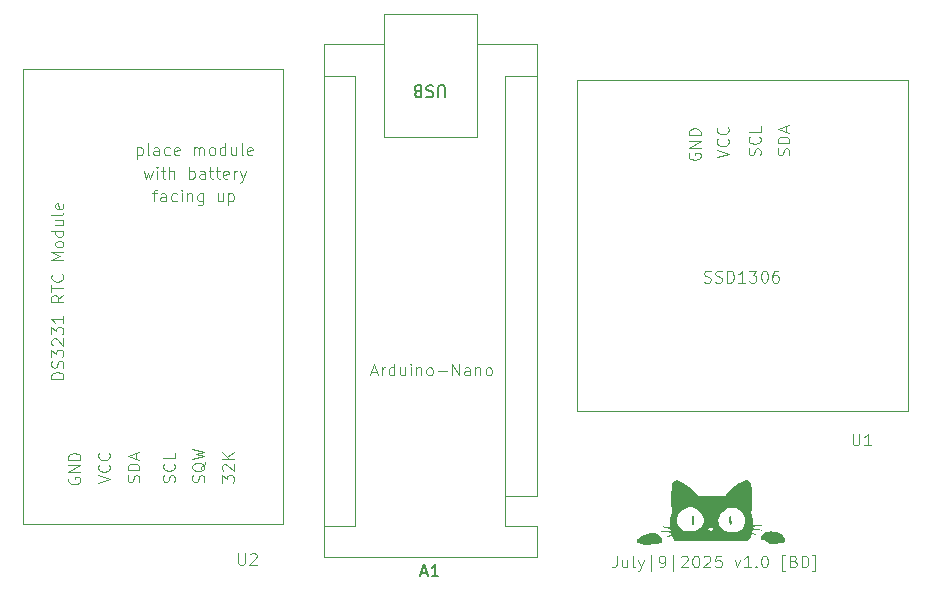
<source format=gto>
G04 #@! TF.GenerationSoftware,KiCad,Pcbnew,9.0.2*
G04 #@! TF.CreationDate,2025-07-10T23:05:19-07:00*
G04 #@! TF.ProjectId,Digi-Clock,44696769-2d43-46c6-9f63-6b2e6b696361,rev?*
G04 #@! TF.SameCoordinates,Original*
G04 #@! TF.FileFunction,Legend,Top*
G04 #@! TF.FilePolarity,Positive*
%FSLAX46Y46*%
G04 Gerber Fmt 4.6, Leading zero omitted, Abs format (unit mm)*
G04 Created by KiCad (PCBNEW 9.0.2) date 2025-07-10 23:05:19*
%MOMM*%
%LPD*%
G01*
G04 APERTURE LIST*
%ADD10C,0.100000*%
%ADD11C,0.150000*%
%ADD12C,0.120000*%
%ADD13C,0.000000*%
G04 APERTURE END LIST*
D10*
X156956265Y-85816704D02*
X157432455Y-85816704D01*
X156861027Y-86102419D02*
X157194360Y-85102419D01*
X157194360Y-85102419D02*
X157527693Y-86102419D01*
X157861027Y-86102419D02*
X157861027Y-85435752D01*
X157861027Y-85626228D02*
X157908646Y-85530990D01*
X157908646Y-85530990D02*
X157956265Y-85483371D01*
X157956265Y-85483371D02*
X158051503Y-85435752D01*
X158051503Y-85435752D02*
X158146741Y-85435752D01*
X158908646Y-86102419D02*
X158908646Y-85102419D01*
X158908646Y-86054800D02*
X158813408Y-86102419D01*
X158813408Y-86102419D02*
X158622932Y-86102419D01*
X158622932Y-86102419D02*
X158527694Y-86054800D01*
X158527694Y-86054800D02*
X158480075Y-86007180D01*
X158480075Y-86007180D02*
X158432456Y-85911942D01*
X158432456Y-85911942D02*
X158432456Y-85626228D01*
X158432456Y-85626228D02*
X158480075Y-85530990D01*
X158480075Y-85530990D02*
X158527694Y-85483371D01*
X158527694Y-85483371D02*
X158622932Y-85435752D01*
X158622932Y-85435752D02*
X158813408Y-85435752D01*
X158813408Y-85435752D02*
X158908646Y-85483371D01*
X159813408Y-85435752D02*
X159813408Y-86102419D01*
X159384837Y-85435752D02*
X159384837Y-85959561D01*
X159384837Y-85959561D02*
X159432456Y-86054800D01*
X159432456Y-86054800D02*
X159527694Y-86102419D01*
X159527694Y-86102419D02*
X159670551Y-86102419D01*
X159670551Y-86102419D02*
X159765789Y-86054800D01*
X159765789Y-86054800D02*
X159813408Y-86007180D01*
X160289599Y-86102419D02*
X160289599Y-85435752D01*
X160289599Y-85102419D02*
X160241980Y-85150038D01*
X160241980Y-85150038D02*
X160289599Y-85197657D01*
X160289599Y-85197657D02*
X160337218Y-85150038D01*
X160337218Y-85150038D02*
X160289599Y-85102419D01*
X160289599Y-85102419D02*
X160289599Y-85197657D01*
X160765789Y-85435752D02*
X160765789Y-86102419D01*
X160765789Y-85530990D02*
X160813408Y-85483371D01*
X160813408Y-85483371D02*
X160908646Y-85435752D01*
X160908646Y-85435752D02*
X161051503Y-85435752D01*
X161051503Y-85435752D02*
X161146741Y-85483371D01*
X161146741Y-85483371D02*
X161194360Y-85578609D01*
X161194360Y-85578609D02*
X161194360Y-86102419D01*
X161813408Y-86102419D02*
X161718170Y-86054800D01*
X161718170Y-86054800D02*
X161670551Y-86007180D01*
X161670551Y-86007180D02*
X161622932Y-85911942D01*
X161622932Y-85911942D02*
X161622932Y-85626228D01*
X161622932Y-85626228D02*
X161670551Y-85530990D01*
X161670551Y-85530990D02*
X161718170Y-85483371D01*
X161718170Y-85483371D02*
X161813408Y-85435752D01*
X161813408Y-85435752D02*
X161956265Y-85435752D01*
X161956265Y-85435752D02*
X162051503Y-85483371D01*
X162051503Y-85483371D02*
X162099122Y-85530990D01*
X162099122Y-85530990D02*
X162146741Y-85626228D01*
X162146741Y-85626228D02*
X162146741Y-85911942D01*
X162146741Y-85911942D02*
X162099122Y-86007180D01*
X162099122Y-86007180D02*
X162051503Y-86054800D01*
X162051503Y-86054800D02*
X161956265Y-86102419D01*
X161956265Y-86102419D02*
X161813408Y-86102419D01*
X162575313Y-85721466D02*
X163337218Y-85721466D01*
X163813408Y-86102419D02*
X163813408Y-85102419D01*
X163813408Y-85102419D02*
X164384836Y-86102419D01*
X164384836Y-86102419D02*
X164384836Y-85102419D01*
X165289598Y-86102419D02*
X165289598Y-85578609D01*
X165289598Y-85578609D02*
X165241979Y-85483371D01*
X165241979Y-85483371D02*
X165146741Y-85435752D01*
X165146741Y-85435752D02*
X164956265Y-85435752D01*
X164956265Y-85435752D02*
X164861027Y-85483371D01*
X165289598Y-86054800D02*
X165194360Y-86102419D01*
X165194360Y-86102419D02*
X164956265Y-86102419D01*
X164956265Y-86102419D02*
X164861027Y-86054800D01*
X164861027Y-86054800D02*
X164813408Y-85959561D01*
X164813408Y-85959561D02*
X164813408Y-85864323D01*
X164813408Y-85864323D02*
X164861027Y-85769085D01*
X164861027Y-85769085D02*
X164956265Y-85721466D01*
X164956265Y-85721466D02*
X165194360Y-85721466D01*
X165194360Y-85721466D02*
X165289598Y-85673847D01*
X165765789Y-85435752D02*
X165765789Y-86102419D01*
X165765789Y-85530990D02*
X165813408Y-85483371D01*
X165813408Y-85483371D02*
X165908646Y-85435752D01*
X165908646Y-85435752D02*
X166051503Y-85435752D01*
X166051503Y-85435752D02*
X166146741Y-85483371D01*
X166146741Y-85483371D02*
X166194360Y-85578609D01*
X166194360Y-85578609D02*
X166194360Y-86102419D01*
X166813408Y-86102419D02*
X166718170Y-86054800D01*
X166718170Y-86054800D02*
X166670551Y-86007180D01*
X166670551Y-86007180D02*
X166622932Y-85911942D01*
X166622932Y-85911942D02*
X166622932Y-85626228D01*
X166622932Y-85626228D02*
X166670551Y-85530990D01*
X166670551Y-85530990D02*
X166718170Y-85483371D01*
X166718170Y-85483371D02*
X166813408Y-85435752D01*
X166813408Y-85435752D02*
X166956265Y-85435752D01*
X166956265Y-85435752D02*
X167051503Y-85483371D01*
X167051503Y-85483371D02*
X167099122Y-85530990D01*
X167099122Y-85530990D02*
X167146741Y-85626228D01*
X167146741Y-85626228D02*
X167146741Y-85911942D01*
X167146741Y-85911942D02*
X167099122Y-86007180D01*
X167099122Y-86007180D02*
X167051503Y-86054800D01*
X167051503Y-86054800D02*
X166956265Y-86102419D01*
X166956265Y-86102419D02*
X166813408Y-86102419D01*
X177714284Y-101372419D02*
X177714284Y-102086704D01*
X177714284Y-102086704D02*
X177666665Y-102229561D01*
X177666665Y-102229561D02*
X177571427Y-102324800D01*
X177571427Y-102324800D02*
X177428570Y-102372419D01*
X177428570Y-102372419D02*
X177333332Y-102372419D01*
X178619046Y-101705752D02*
X178619046Y-102372419D01*
X178190475Y-101705752D02*
X178190475Y-102229561D01*
X178190475Y-102229561D02*
X178238094Y-102324800D01*
X178238094Y-102324800D02*
X178333332Y-102372419D01*
X178333332Y-102372419D02*
X178476189Y-102372419D01*
X178476189Y-102372419D02*
X178571427Y-102324800D01*
X178571427Y-102324800D02*
X178619046Y-102277180D01*
X179238094Y-102372419D02*
X179142856Y-102324800D01*
X179142856Y-102324800D02*
X179095237Y-102229561D01*
X179095237Y-102229561D02*
X179095237Y-101372419D01*
X179523809Y-101705752D02*
X179761904Y-102372419D01*
X179999999Y-101705752D02*
X179761904Y-102372419D01*
X179761904Y-102372419D02*
X179666666Y-102610514D01*
X179666666Y-102610514D02*
X179619047Y-102658133D01*
X179619047Y-102658133D02*
X179523809Y-102705752D01*
X180619047Y-102705752D02*
X180619047Y-101277180D01*
X181380952Y-102372419D02*
X181571428Y-102372419D01*
X181571428Y-102372419D02*
X181666666Y-102324800D01*
X181666666Y-102324800D02*
X181714285Y-102277180D01*
X181714285Y-102277180D02*
X181809523Y-102134323D01*
X181809523Y-102134323D02*
X181857142Y-101943847D01*
X181857142Y-101943847D02*
X181857142Y-101562895D01*
X181857142Y-101562895D02*
X181809523Y-101467657D01*
X181809523Y-101467657D02*
X181761904Y-101420038D01*
X181761904Y-101420038D02*
X181666666Y-101372419D01*
X181666666Y-101372419D02*
X181476190Y-101372419D01*
X181476190Y-101372419D02*
X181380952Y-101420038D01*
X181380952Y-101420038D02*
X181333333Y-101467657D01*
X181333333Y-101467657D02*
X181285714Y-101562895D01*
X181285714Y-101562895D02*
X181285714Y-101800990D01*
X181285714Y-101800990D02*
X181333333Y-101896228D01*
X181333333Y-101896228D02*
X181380952Y-101943847D01*
X181380952Y-101943847D02*
X181476190Y-101991466D01*
X181476190Y-101991466D02*
X181666666Y-101991466D01*
X181666666Y-101991466D02*
X181761904Y-101943847D01*
X181761904Y-101943847D02*
X181809523Y-101896228D01*
X181809523Y-101896228D02*
X181857142Y-101800990D01*
X182523809Y-102705752D02*
X182523809Y-101277180D01*
X183190476Y-101467657D02*
X183238095Y-101420038D01*
X183238095Y-101420038D02*
X183333333Y-101372419D01*
X183333333Y-101372419D02*
X183571428Y-101372419D01*
X183571428Y-101372419D02*
X183666666Y-101420038D01*
X183666666Y-101420038D02*
X183714285Y-101467657D01*
X183714285Y-101467657D02*
X183761904Y-101562895D01*
X183761904Y-101562895D02*
X183761904Y-101658133D01*
X183761904Y-101658133D02*
X183714285Y-101800990D01*
X183714285Y-101800990D02*
X183142857Y-102372419D01*
X183142857Y-102372419D02*
X183761904Y-102372419D01*
X184380952Y-101372419D02*
X184476190Y-101372419D01*
X184476190Y-101372419D02*
X184571428Y-101420038D01*
X184571428Y-101420038D02*
X184619047Y-101467657D01*
X184619047Y-101467657D02*
X184666666Y-101562895D01*
X184666666Y-101562895D02*
X184714285Y-101753371D01*
X184714285Y-101753371D02*
X184714285Y-101991466D01*
X184714285Y-101991466D02*
X184666666Y-102181942D01*
X184666666Y-102181942D02*
X184619047Y-102277180D01*
X184619047Y-102277180D02*
X184571428Y-102324800D01*
X184571428Y-102324800D02*
X184476190Y-102372419D01*
X184476190Y-102372419D02*
X184380952Y-102372419D01*
X184380952Y-102372419D02*
X184285714Y-102324800D01*
X184285714Y-102324800D02*
X184238095Y-102277180D01*
X184238095Y-102277180D02*
X184190476Y-102181942D01*
X184190476Y-102181942D02*
X184142857Y-101991466D01*
X184142857Y-101991466D02*
X184142857Y-101753371D01*
X184142857Y-101753371D02*
X184190476Y-101562895D01*
X184190476Y-101562895D02*
X184238095Y-101467657D01*
X184238095Y-101467657D02*
X184285714Y-101420038D01*
X184285714Y-101420038D02*
X184380952Y-101372419D01*
X185095238Y-101467657D02*
X185142857Y-101420038D01*
X185142857Y-101420038D02*
X185238095Y-101372419D01*
X185238095Y-101372419D02*
X185476190Y-101372419D01*
X185476190Y-101372419D02*
X185571428Y-101420038D01*
X185571428Y-101420038D02*
X185619047Y-101467657D01*
X185619047Y-101467657D02*
X185666666Y-101562895D01*
X185666666Y-101562895D02*
X185666666Y-101658133D01*
X185666666Y-101658133D02*
X185619047Y-101800990D01*
X185619047Y-101800990D02*
X185047619Y-102372419D01*
X185047619Y-102372419D02*
X185666666Y-102372419D01*
X186571428Y-101372419D02*
X186095238Y-101372419D01*
X186095238Y-101372419D02*
X186047619Y-101848609D01*
X186047619Y-101848609D02*
X186095238Y-101800990D01*
X186095238Y-101800990D02*
X186190476Y-101753371D01*
X186190476Y-101753371D02*
X186428571Y-101753371D01*
X186428571Y-101753371D02*
X186523809Y-101800990D01*
X186523809Y-101800990D02*
X186571428Y-101848609D01*
X186571428Y-101848609D02*
X186619047Y-101943847D01*
X186619047Y-101943847D02*
X186619047Y-102181942D01*
X186619047Y-102181942D02*
X186571428Y-102277180D01*
X186571428Y-102277180D02*
X186523809Y-102324800D01*
X186523809Y-102324800D02*
X186428571Y-102372419D01*
X186428571Y-102372419D02*
X186190476Y-102372419D01*
X186190476Y-102372419D02*
X186095238Y-102324800D01*
X186095238Y-102324800D02*
X186047619Y-102277180D01*
X187714286Y-101705752D02*
X187952381Y-102372419D01*
X187952381Y-102372419D02*
X188190476Y-101705752D01*
X189095238Y-102372419D02*
X188523810Y-102372419D01*
X188809524Y-102372419D02*
X188809524Y-101372419D01*
X188809524Y-101372419D02*
X188714286Y-101515276D01*
X188714286Y-101515276D02*
X188619048Y-101610514D01*
X188619048Y-101610514D02*
X188523810Y-101658133D01*
X189523810Y-102277180D02*
X189571429Y-102324800D01*
X189571429Y-102324800D02*
X189523810Y-102372419D01*
X189523810Y-102372419D02*
X189476191Y-102324800D01*
X189476191Y-102324800D02*
X189523810Y-102277180D01*
X189523810Y-102277180D02*
X189523810Y-102372419D01*
X190190476Y-101372419D02*
X190285714Y-101372419D01*
X190285714Y-101372419D02*
X190380952Y-101420038D01*
X190380952Y-101420038D02*
X190428571Y-101467657D01*
X190428571Y-101467657D02*
X190476190Y-101562895D01*
X190476190Y-101562895D02*
X190523809Y-101753371D01*
X190523809Y-101753371D02*
X190523809Y-101991466D01*
X190523809Y-101991466D02*
X190476190Y-102181942D01*
X190476190Y-102181942D02*
X190428571Y-102277180D01*
X190428571Y-102277180D02*
X190380952Y-102324800D01*
X190380952Y-102324800D02*
X190285714Y-102372419D01*
X190285714Y-102372419D02*
X190190476Y-102372419D01*
X190190476Y-102372419D02*
X190095238Y-102324800D01*
X190095238Y-102324800D02*
X190047619Y-102277180D01*
X190047619Y-102277180D02*
X190000000Y-102181942D01*
X190000000Y-102181942D02*
X189952381Y-101991466D01*
X189952381Y-101991466D02*
X189952381Y-101753371D01*
X189952381Y-101753371D02*
X190000000Y-101562895D01*
X190000000Y-101562895D02*
X190047619Y-101467657D01*
X190047619Y-101467657D02*
X190095238Y-101420038D01*
X190095238Y-101420038D02*
X190190476Y-101372419D01*
X192000000Y-102705752D02*
X191761905Y-102705752D01*
X191761905Y-102705752D02*
X191761905Y-101277180D01*
X191761905Y-101277180D02*
X192000000Y-101277180D01*
X192714286Y-101848609D02*
X192857143Y-101896228D01*
X192857143Y-101896228D02*
X192904762Y-101943847D01*
X192904762Y-101943847D02*
X192952381Y-102039085D01*
X192952381Y-102039085D02*
X192952381Y-102181942D01*
X192952381Y-102181942D02*
X192904762Y-102277180D01*
X192904762Y-102277180D02*
X192857143Y-102324800D01*
X192857143Y-102324800D02*
X192761905Y-102372419D01*
X192761905Y-102372419D02*
X192380953Y-102372419D01*
X192380953Y-102372419D02*
X192380953Y-101372419D01*
X192380953Y-101372419D02*
X192714286Y-101372419D01*
X192714286Y-101372419D02*
X192809524Y-101420038D01*
X192809524Y-101420038D02*
X192857143Y-101467657D01*
X192857143Y-101467657D02*
X192904762Y-101562895D01*
X192904762Y-101562895D02*
X192904762Y-101658133D01*
X192904762Y-101658133D02*
X192857143Y-101753371D01*
X192857143Y-101753371D02*
X192809524Y-101800990D01*
X192809524Y-101800990D02*
X192714286Y-101848609D01*
X192714286Y-101848609D02*
X192380953Y-101848609D01*
X193380953Y-102372419D02*
X193380953Y-101372419D01*
X193380953Y-101372419D02*
X193619048Y-101372419D01*
X193619048Y-101372419D02*
X193761905Y-101420038D01*
X193761905Y-101420038D02*
X193857143Y-101515276D01*
X193857143Y-101515276D02*
X193904762Y-101610514D01*
X193904762Y-101610514D02*
X193952381Y-101800990D01*
X193952381Y-101800990D02*
X193952381Y-101943847D01*
X193952381Y-101943847D02*
X193904762Y-102134323D01*
X193904762Y-102134323D02*
X193857143Y-102229561D01*
X193857143Y-102229561D02*
X193761905Y-102324800D01*
X193761905Y-102324800D02*
X193619048Y-102372419D01*
X193619048Y-102372419D02*
X193380953Y-102372419D01*
X194285715Y-102705752D02*
X194523810Y-102705752D01*
X194523810Y-102705752D02*
X194523810Y-101277180D01*
X194523810Y-101277180D02*
X194285715Y-101277180D01*
X138422932Y-70705752D02*
X138803884Y-70705752D01*
X138565789Y-71372419D02*
X138565789Y-70515276D01*
X138565789Y-70515276D02*
X138613408Y-70420038D01*
X138613408Y-70420038D02*
X138708646Y-70372419D01*
X138708646Y-70372419D02*
X138803884Y-70372419D01*
X139565789Y-71372419D02*
X139565789Y-70848609D01*
X139565789Y-70848609D02*
X139518170Y-70753371D01*
X139518170Y-70753371D02*
X139422932Y-70705752D01*
X139422932Y-70705752D02*
X139232456Y-70705752D01*
X139232456Y-70705752D02*
X139137218Y-70753371D01*
X139565789Y-71324800D02*
X139470551Y-71372419D01*
X139470551Y-71372419D02*
X139232456Y-71372419D01*
X139232456Y-71372419D02*
X139137218Y-71324800D01*
X139137218Y-71324800D02*
X139089599Y-71229561D01*
X139089599Y-71229561D02*
X139089599Y-71134323D01*
X139089599Y-71134323D02*
X139137218Y-71039085D01*
X139137218Y-71039085D02*
X139232456Y-70991466D01*
X139232456Y-70991466D02*
X139470551Y-70991466D01*
X139470551Y-70991466D02*
X139565789Y-70943847D01*
X140470551Y-71324800D02*
X140375313Y-71372419D01*
X140375313Y-71372419D02*
X140184837Y-71372419D01*
X140184837Y-71372419D02*
X140089599Y-71324800D01*
X140089599Y-71324800D02*
X140041980Y-71277180D01*
X140041980Y-71277180D02*
X139994361Y-71181942D01*
X139994361Y-71181942D02*
X139994361Y-70896228D01*
X139994361Y-70896228D02*
X140041980Y-70800990D01*
X140041980Y-70800990D02*
X140089599Y-70753371D01*
X140089599Y-70753371D02*
X140184837Y-70705752D01*
X140184837Y-70705752D02*
X140375313Y-70705752D01*
X140375313Y-70705752D02*
X140470551Y-70753371D01*
X140899123Y-71372419D02*
X140899123Y-70705752D01*
X140899123Y-70372419D02*
X140851504Y-70420038D01*
X140851504Y-70420038D02*
X140899123Y-70467657D01*
X140899123Y-70467657D02*
X140946742Y-70420038D01*
X140946742Y-70420038D02*
X140899123Y-70372419D01*
X140899123Y-70372419D02*
X140899123Y-70467657D01*
X141375313Y-70705752D02*
X141375313Y-71372419D01*
X141375313Y-70800990D02*
X141422932Y-70753371D01*
X141422932Y-70753371D02*
X141518170Y-70705752D01*
X141518170Y-70705752D02*
X141661027Y-70705752D01*
X141661027Y-70705752D02*
X141756265Y-70753371D01*
X141756265Y-70753371D02*
X141803884Y-70848609D01*
X141803884Y-70848609D02*
X141803884Y-71372419D01*
X142708646Y-70705752D02*
X142708646Y-71515276D01*
X142708646Y-71515276D02*
X142661027Y-71610514D01*
X142661027Y-71610514D02*
X142613408Y-71658133D01*
X142613408Y-71658133D02*
X142518170Y-71705752D01*
X142518170Y-71705752D02*
X142375313Y-71705752D01*
X142375313Y-71705752D02*
X142280075Y-71658133D01*
X142708646Y-71324800D02*
X142613408Y-71372419D01*
X142613408Y-71372419D02*
X142422932Y-71372419D01*
X142422932Y-71372419D02*
X142327694Y-71324800D01*
X142327694Y-71324800D02*
X142280075Y-71277180D01*
X142280075Y-71277180D02*
X142232456Y-71181942D01*
X142232456Y-71181942D02*
X142232456Y-70896228D01*
X142232456Y-70896228D02*
X142280075Y-70800990D01*
X142280075Y-70800990D02*
X142327694Y-70753371D01*
X142327694Y-70753371D02*
X142422932Y-70705752D01*
X142422932Y-70705752D02*
X142613408Y-70705752D01*
X142613408Y-70705752D02*
X142708646Y-70753371D01*
X144375313Y-70705752D02*
X144375313Y-71372419D01*
X143946742Y-70705752D02*
X143946742Y-71229561D01*
X143946742Y-71229561D02*
X143994361Y-71324800D01*
X143994361Y-71324800D02*
X144089599Y-71372419D01*
X144089599Y-71372419D02*
X144232456Y-71372419D01*
X144232456Y-71372419D02*
X144327694Y-71324800D01*
X144327694Y-71324800D02*
X144375313Y-71277180D01*
X144851504Y-70705752D02*
X144851504Y-71705752D01*
X144851504Y-70753371D02*
X144946742Y-70705752D01*
X144946742Y-70705752D02*
X145137218Y-70705752D01*
X145137218Y-70705752D02*
X145232456Y-70753371D01*
X145232456Y-70753371D02*
X145280075Y-70800990D01*
X145280075Y-70800990D02*
X145327694Y-70896228D01*
X145327694Y-70896228D02*
X145327694Y-71181942D01*
X145327694Y-71181942D02*
X145280075Y-71277180D01*
X145280075Y-71277180D02*
X145232456Y-71324800D01*
X145232456Y-71324800D02*
X145137218Y-71372419D01*
X145137218Y-71372419D02*
X144946742Y-71372419D01*
X144946742Y-71372419D02*
X144851504Y-71324800D01*
X185133333Y-78204800D02*
X185276190Y-78252419D01*
X185276190Y-78252419D02*
X185514285Y-78252419D01*
X185514285Y-78252419D02*
X185609523Y-78204800D01*
X185609523Y-78204800D02*
X185657142Y-78157180D01*
X185657142Y-78157180D02*
X185704761Y-78061942D01*
X185704761Y-78061942D02*
X185704761Y-77966704D01*
X185704761Y-77966704D02*
X185657142Y-77871466D01*
X185657142Y-77871466D02*
X185609523Y-77823847D01*
X185609523Y-77823847D02*
X185514285Y-77776228D01*
X185514285Y-77776228D02*
X185323809Y-77728609D01*
X185323809Y-77728609D02*
X185228571Y-77680990D01*
X185228571Y-77680990D02*
X185180952Y-77633371D01*
X185180952Y-77633371D02*
X185133333Y-77538133D01*
X185133333Y-77538133D02*
X185133333Y-77442895D01*
X185133333Y-77442895D02*
X185180952Y-77347657D01*
X185180952Y-77347657D02*
X185228571Y-77300038D01*
X185228571Y-77300038D02*
X185323809Y-77252419D01*
X185323809Y-77252419D02*
X185561904Y-77252419D01*
X185561904Y-77252419D02*
X185704761Y-77300038D01*
X186085714Y-78204800D02*
X186228571Y-78252419D01*
X186228571Y-78252419D02*
X186466666Y-78252419D01*
X186466666Y-78252419D02*
X186561904Y-78204800D01*
X186561904Y-78204800D02*
X186609523Y-78157180D01*
X186609523Y-78157180D02*
X186657142Y-78061942D01*
X186657142Y-78061942D02*
X186657142Y-77966704D01*
X186657142Y-77966704D02*
X186609523Y-77871466D01*
X186609523Y-77871466D02*
X186561904Y-77823847D01*
X186561904Y-77823847D02*
X186466666Y-77776228D01*
X186466666Y-77776228D02*
X186276190Y-77728609D01*
X186276190Y-77728609D02*
X186180952Y-77680990D01*
X186180952Y-77680990D02*
X186133333Y-77633371D01*
X186133333Y-77633371D02*
X186085714Y-77538133D01*
X186085714Y-77538133D02*
X186085714Y-77442895D01*
X186085714Y-77442895D02*
X186133333Y-77347657D01*
X186133333Y-77347657D02*
X186180952Y-77300038D01*
X186180952Y-77300038D02*
X186276190Y-77252419D01*
X186276190Y-77252419D02*
X186514285Y-77252419D01*
X186514285Y-77252419D02*
X186657142Y-77300038D01*
X187085714Y-78252419D02*
X187085714Y-77252419D01*
X187085714Y-77252419D02*
X187323809Y-77252419D01*
X187323809Y-77252419D02*
X187466666Y-77300038D01*
X187466666Y-77300038D02*
X187561904Y-77395276D01*
X187561904Y-77395276D02*
X187609523Y-77490514D01*
X187609523Y-77490514D02*
X187657142Y-77680990D01*
X187657142Y-77680990D02*
X187657142Y-77823847D01*
X187657142Y-77823847D02*
X187609523Y-78014323D01*
X187609523Y-78014323D02*
X187561904Y-78109561D01*
X187561904Y-78109561D02*
X187466666Y-78204800D01*
X187466666Y-78204800D02*
X187323809Y-78252419D01*
X187323809Y-78252419D02*
X187085714Y-78252419D01*
X188609523Y-78252419D02*
X188038095Y-78252419D01*
X188323809Y-78252419D02*
X188323809Y-77252419D01*
X188323809Y-77252419D02*
X188228571Y-77395276D01*
X188228571Y-77395276D02*
X188133333Y-77490514D01*
X188133333Y-77490514D02*
X188038095Y-77538133D01*
X188942857Y-77252419D02*
X189561904Y-77252419D01*
X189561904Y-77252419D02*
X189228571Y-77633371D01*
X189228571Y-77633371D02*
X189371428Y-77633371D01*
X189371428Y-77633371D02*
X189466666Y-77680990D01*
X189466666Y-77680990D02*
X189514285Y-77728609D01*
X189514285Y-77728609D02*
X189561904Y-77823847D01*
X189561904Y-77823847D02*
X189561904Y-78061942D01*
X189561904Y-78061942D02*
X189514285Y-78157180D01*
X189514285Y-78157180D02*
X189466666Y-78204800D01*
X189466666Y-78204800D02*
X189371428Y-78252419D01*
X189371428Y-78252419D02*
X189085714Y-78252419D01*
X189085714Y-78252419D02*
X188990476Y-78204800D01*
X188990476Y-78204800D02*
X188942857Y-78157180D01*
X190180952Y-77252419D02*
X190276190Y-77252419D01*
X190276190Y-77252419D02*
X190371428Y-77300038D01*
X190371428Y-77300038D02*
X190419047Y-77347657D01*
X190419047Y-77347657D02*
X190466666Y-77442895D01*
X190466666Y-77442895D02*
X190514285Y-77633371D01*
X190514285Y-77633371D02*
X190514285Y-77871466D01*
X190514285Y-77871466D02*
X190466666Y-78061942D01*
X190466666Y-78061942D02*
X190419047Y-78157180D01*
X190419047Y-78157180D02*
X190371428Y-78204800D01*
X190371428Y-78204800D02*
X190276190Y-78252419D01*
X190276190Y-78252419D02*
X190180952Y-78252419D01*
X190180952Y-78252419D02*
X190085714Y-78204800D01*
X190085714Y-78204800D02*
X190038095Y-78157180D01*
X190038095Y-78157180D02*
X189990476Y-78061942D01*
X189990476Y-78061942D02*
X189942857Y-77871466D01*
X189942857Y-77871466D02*
X189942857Y-77633371D01*
X189942857Y-77633371D02*
X189990476Y-77442895D01*
X189990476Y-77442895D02*
X190038095Y-77347657D01*
X190038095Y-77347657D02*
X190085714Y-77300038D01*
X190085714Y-77300038D02*
X190180952Y-77252419D01*
X191371428Y-77252419D02*
X191180952Y-77252419D01*
X191180952Y-77252419D02*
X191085714Y-77300038D01*
X191085714Y-77300038D02*
X191038095Y-77347657D01*
X191038095Y-77347657D02*
X190942857Y-77490514D01*
X190942857Y-77490514D02*
X190895238Y-77680990D01*
X190895238Y-77680990D02*
X190895238Y-78061942D01*
X190895238Y-78061942D02*
X190942857Y-78157180D01*
X190942857Y-78157180D02*
X190990476Y-78204800D01*
X190990476Y-78204800D02*
X191085714Y-78252419D01*
X191085714Y-78252419D02*
X191276190Y-78252419D01*
X191276190Y-78252419D02*
X191371428Y-78204800D01*
X191371428Y-78204800D02*
X191419047Y-78157180D01*
X191419047Y-78157180D02*
X191466666Y-78061942D01*
X191466666Y-78061942D02*
X191466666Y-77823847D01*
X191466666Y-77823847D02*
X191419047Y-77728609D01*
X191419047Y-77728609D02*
X191371428Y-77680990D01*
X191371428Y-77680990D02*
X191276190Y-77633371D01*
X191276190Y-77633371D02*
X191085714Y-77633371D01*
X191085714Y-77633371D02*
X190990476Y-77680990D01*
X190990476Y-77680990D02*
X190942857Y-77728609D01*
X190942857Y-77728609D02*
X190895238Y-77823847D01*
X130872419Y-86404762D02*
X129872419Y-86404762D01*
X129872419Y-86404762D02*
X129872419Y-86166667D01*
X129872419Y-86166667D02*
X129920038Y-86023810D01*
X129920038Y-86023810D02*
X130015276Y-85928572D01*
X130015276Y-85928572D02*
X130110514Y-85880953D01*
X130110514Y-85880953D02*
X130300990Y-85833334D01*
X130300990Y-85833334D02*
X130443847Y-85833334D01*
X130443847Y-85833334D02*
X130634323Y-85880953D01*
X130634323Y-85880953D02*
X130729561Y-85928572D01*
X130729561Y-85928572D02*
X130824800Y-86023810D01*
X130824800Y-86023810D02*
X130872419Y-86166667D01*
X130872419Y-86166667D02*
X130872419Y-86404762D01*
X130824800Y-85452381D02*
X130872419Y-85309524D01*
X130872419Y-85309524D02*
X130872419Y-85071429D01*
X130872419Y-85071429D02*
X130824800Y-84976191D01*
X130824800Y-84976191D02*
X130777180Y-84928572D01*
X130777180Y-84928572D02*
X130681942Y-84880953D01*
X130681942Y-84880953D02*
X130586704Y-84880953D01*
X130586704Y-84880953D02*
X130491466Y-84928572D01*
X130491466Y-84928572D02*
X130443847Y-84976191D01*
X130443847Y-84976191D02*
X130396228Y-85071429D01*
X130396228Y-85071429D02*
X130348609Y-85261905D01*
X130348609Y-85261905D02*
X130300990Y-85357143D01*
X130300990Y-85357143D02*
X130253371Y-85404762D01*
X130253371Y-85404762D02*
X130158133Y-85452381D01*
X130158133Y-85452381D02*
X130062895Y-85452381D01*
X130062895Y-85452381D02*
X129967657Y-85404762D01*
X129967657Y-85404762D02*
X129920038Y-85357143D01*
X129920038Y-85357143D02*
X129872419Y-85261905D01*
X129872419Y-85261905D02*
X129872419Y-85023810D01*
X129872419Y-85023810D02*
X129920038Y-84880953D01*
X129872419Y-84547619D02*
X129872419Y-83928572D01*
X129872419Y-83928572D02*
X130253371Y-84261905D01*
X130253371Y-84261905D02*
X130253371Y-84119048D01*
X130253371Y-84119048D02*
X130300990Y-84023810D01*
X130300990Y-84023810D02*
X130348609Y-83976191D01*
X130348609Y-83976191D02*
X130443847Y-83928572D01*
X130443847Y-83928572D02*
X130681942Y-83928572D01*
X130681942Y-83928572D02*
X130777180Y-83976191D01*
X130777180Y-83976191D02*
X130824800Y-84023810D01*
X130824800Y-84023810D02*
X130872419Y-84119048D01*
X130872419Y-84119048D02*
X130872419Y-84404762D01*
X130872419Y-84404762D02*
X130824800Y-84500000D01*
X130824800Y-84500000D02*
X130777180Y-84547619D01*
X129967657Y-83547619D02*
X129920038Y-83500000D01*
X129920038Y-83500000D02*
X129872419Y-83404762D01*
X129872419Y-83404762D02*
X129872419Y-83166667D01*
X129872419Y-83166667D02*
X129920038Y-83071429D01*
X129920038Y-83071429D02*
X129967657Y-83023810D01*
X129967657Y-83023810D02*
X130062895Y-82976191D01*
X130062895Y-82976191D02*
X130158133Y-82976191D01*
X130158133Y-82976191D02*
X130300990Y-83023810D01*
X130300990Y-83023810D02*
X130872419Y-83595238D01*
X130872419Y-83595238D02*
X130872419Y-82976191D01*
X129872419Y-82642857D02*
X129872419Y-82023810D01*
X129872419Y-82023810D02*
X130253371Y-82357143D01*
X130253371Y-82357143D02*
X130253371Y-82214286D01*
X130253371Y-82214286D02*
X130300990Y-82119048D01*
X130300990Y-82119048D02*
X130348609Y-82071429D01*
X130348609Y-82071429D02*
X130443847Y-82023810D01*
X130443847Y-82023810D02*
X130681942Y-82023810D01*
X130681942Y-82023810D02*
X130777180Y-82071429D01*
X130777180Y-82071429D02*
X130824800Y-82119048D01*
X130824800Y-82119048D02*
X130872419Y-82214286D01*
X130872419Y-82214286D02*
X130872419Y-82500000D01*
X130872419Y-82500000D02*
X130824800Y-82595238D01*
X130824800Y-82595238D02*
X130777180Y-82642857D01*
X130872419Y-81071429D02*
X130872419Y-81642857D01*
X130872419Y-81357143D02*
X129872419Y-81357143D01*
X129872419Y-81357143D02*
X130015276Y-81452381D01*
X130015276Y-81452381D02*
X130110514Y-81547619D01*
X130110514Y-81547619D02*
X130158133Y-81642857D01*
X130872419Y-79309524D02*
X130396228Y-79642857D01*
X130872419Y-79880952D02*
X129872419Y-79880952D01*
X129872419Y-79880952D02*
X129872419Y-79500000D01*
X129872419Y-79500000D02*
X129920038Y-79404762D01*
X129920038Y-79404762D02*
X129967657Y-79357143D01*
X129967657Y-79357143D02*
X130062895Y-79309524D01*
X130062895Y-79309524D02*
X130205752Y-79309524D01*
X130205752Y-79309524D02*
X130300990Y-79357143D01*
X130300990Y-79357143D02*
X130348609Y-79404762D01*
X130348609Y-79404762D02*
X130396228Y-79500000D01*
X130396228Y-79500000D02*
X130396228Y-79880952D01*
X129872419Y-79023809D02*
X129872419Y-78452381D01*
X130872419Y-78738095D02*
X129872419Y-78738095D01*
X130777180Y-77547619D02*
X130824800Y-77595238D01*
X130824800Y-77595238D02*
X130872419Y-77738095D01*
X130872419Y-77738095D02*
X130872419Y-77833333D01*
X130872419Y-77833333D02*
X130824800Y-77976190D01*
X130824800Y-77976190D02*
X130729561Y-78071428D01*
X130729561Y-78071428D02*
X130634323Y-78119047D01*
X130634323Y-78119047D02*
X130443847Y-78166666D01*
X130443847Y-78166666D02*
X130300990Y-78166666D01*
X130300990Y-78166666D02*
X130110514Y-78119047D01*
X130110514Y-78119047D02*
X130015276Y-78071428D01*
X130015276Y-78071428D02*
X129920038Y-77976190D01*
X129920038Y-77976190D02*
X129872419Y-77833333D01*
X129872419Y-77833333D02*
X129872419Y-77738095D01*
X129872419Y-77738095D02*
X129920038Y-77595238D01*
X129920038Y-77595238D02*
X129967657Y-77547619D01*
X130872419Y-76357142D02*
X129872419Y-76357142D01*
X129872419Y-76357142D02*
X130586704Y-76023809D01*
X130586704Y-76023809D02*
X129872419Y-75690476D01*
X129872419Y-75690476D02*
X130872419Y-75690476D01*
X130872419Y-75071428D02*
X130824800Y-75166666D01*
X130824800Y-75166666D02*
X130777180Y-75214285D01*
X130777180Y-75214285D02*
X130681942Y-75261904D01*
X130681942Y-75261904D02*
X130396228Y-75261904D01*
X130396228Y-75261904D02*
X130300990Y-75214285D01*
X130300990Y-75214285D02*
X130253371Y-75166666D01*
X130253371Y-75166666D02*
X130205752Y-75071428D01*
X130205752Y-75071428D02*
X130205752Y-74928571D01*
X130205752Y-74928571D02*
X130253371Y-74833333D01*
X130253371Y-74833333D02*
X130300990Y-74785714D01*
X130300990Y-74785714D02*
X130396228Y-74738095D01*
X130396228Y-74738095D02*
X130681942Y-74738095D01*
X130681942Y-74738095D02*
X130777180Y-74785714D01*
X130777180Y-74785714D02*
X130824800Y-74833333D01*
X130824800Y-74833333D02*
X130872419Y-74928571D01*
X130872419Y-74928571D02*
X130872419Y-75071428D01*
X130872419Y-73880952D02*
X129872419Y-73880952D01*
X130824800Y-73880952D02*
X130872419Y-73976190D01*
X130872419Y-73976190D02*
X130872419Y-74166666D01*
X130872419Y-74166666D02*
X130824800Y-74261904D01*
X130824800Y-74261904D02*
X130777180Y-74309523D01*
X130777180Y-74309523D02*
X130681942Y-74357142D01*
X130681942Y-74357142D02*
X130396228Y-74357142D01*
X130396228Y-74357142D02*
X130300990Y-74309523D01*
X130300990Y-74309523D02*
X130253371Y-74261904D01*
X130253371Y-74261904D02*
X130205752Y-74166666D01*
X130205752Y-74166666D02*
X130205752Y-73976190D01*
X130205752Y-73976190D02*
X130253371Y-73880952D01*
X130205752Y-72976190D02*
X130872419Y-72976190D01*
X130205752Y-73404761D02*
X130729561Y-73404761D01*
X130729561Y-73404761D02*
X130824800Y-73357142D01*
X130824800Y-73357142D02*
X130872419Y-73261904D01*
X130872419Y-73261904D02*
X130872419Y-73119047D01*
X130872419Y-73119047D02*
X130824800Y-73023809D01*
X130824800Y-73023809D02*
X130777180Y-72976190D01*
X130872419Y-72357142D02*
X130824800Y-72452380D01*
X130824800Y-72452380D02*
X130729561Y-72499999D01*
X130729561Y-72499999D02*
X129872419Y-72499999D01*
X130824800Y-71595237D02*
X130872419Y-71690475D01*
X130872419Y-71690475D02*
X130872419Y-71880951D01*
X130872419Y-71880951D02*
X130824800Y-71976189D01*
X130824800Y-71976189D02*
X130729561Y-72023808D01*
X130729561Y-72023808D02*
X130348609Y-72023808D01*
X130348609Y-72023808D02*
X130253371Y-71976189D01*
X130253371Y-71976189D02*
X130205752Y-71880951D01*
X130205752Y-71880951D02*
X130205752Y-71690475D01*
X130205752Y-71690475D02*
X130253371Y-71595237D01*
X130253371Y-71595237D02*
X130348609Y-71547618D01*
X130348609Y-71547618D02*
X130443847Y-71547618D01*
X130443847Y-71547618D02*
X130539085Y-72023808D01*
D11*
X161210714Y-102809104D02*
X161686904Y-102809104D01*
X161115476Y-103094819D02*
X161448809Y-102094819D01*
X161448809Y-102094819D02*
X161782142Y-103094819D01*
X162639285Y-103094819D02*
X162067857Y-103094819D01*
X162353571Y-103094819D02*
X162353571Y-102094819D01*
X162353571Y-102094819D02*
X162258333Y-102237676D01*
X162258333Y-102237676D02*
X162163095Y-102332914D01*
X162163095Y-102332914D02*
X162067857Y-102380533D01*
X163186904Y-62545180D02*
X163186904Y-61735657D01*
X163186904Y-61735657D02*
X163139285Y-61640419D01*
X163139285Y-61640419D02*
X163091666Y-61592800D01*
X163091666Y-61592800D02*
X162996428Y-61545180D01*
X162996428Y-61545180D02*
X162805952Y-61545180D01*
X162805952Y-61545180D02*
X162710714Y-61592800D01*
X162710714Y-61592800D02*
X162663095Y-61640419D01*
X162663095Y-61640419D02*
X162615476Y-61735657D01*
X162615476Y-61735657D02*
X162615476Y-62545180D01*
X162186904Y-61592800D02*
X162044047Y-61545180D01*
X162044047Y-61545180D02*
X161805952Y-61545180D01*
X161805952Y-61545180D02*
X161710714Y-61592800D01*
X161710714Y-61592800D02*
X161663095Y-61640419D01*
X161663095Y-61640419D02*
X161615476Y-61735657D01*
X161615476Y-61735657D02*
X161615476Y-61830895D01*
X161615476Y-61830895D02*
X161663095Y-61926133D01*
X161663095Y-61926133D02*
X161710714Y-61973752D01*
X161710714Y-61973752D02*
X161805952Y-62021371D01*
X161805952Y-62021371D02*
X161996428Y-62068990D01*
X161996428Y-62068990D02*
X162091666Y-62116609D01*
X162091666Y-62116609D02*
X162139285Y-62164228D01*
X162139285Y-62164228D02*
X162186904Y-62259466D01*
X162186904Y-62259466D02*
X162186904Y-62354704D01*
X162186904Y-62354704D02*
X162139285Y-62449942D01*
X162139285Y-62449942D02*
X162091666Y-62497561D01*
X162091666Y-62497561D02*
X161996428Y-62545180D01*
X161996428Y-62545180D02*
X161758333Y-62545180D01*
X161758333Y-62545180D02*
X161615476Y-62497561D01*
X160853571Y-62068990D02*
X160710714Y-62021371D01*
X160710714Y-62021371D02*
X160663095Y-61973752D01*
X160663095Y-61973752D02*
X160615476Y-61878514D01*
X160615476Y-61878514D02*
X160615476Y-61735657D01*
X160615476Y-61735657D02*
X160663095Y-61640419D01*
X160663095Y-61640419D02*
X160710714Y-61592800D01*
X160710714Y-61592800D02*
X160805952Y-61545180D01*
X160805952Y-61545180D02*
X161186904Y-61545180D01*
X161186904Y-61545180D02*
X161186904Y-62545180D01*
X161186904Y-62545180D02*
X160853571Y-62545180D01*
X160853571Y-62545180D02*
X160758333Y-62497561D01*
X160758333Y-62497561D02*
X160710714Y-62449942D01*
X160710714Y-62449942D02*
X160663095Y-62354704D01*
X160663095Y-62354704D02*
X160663095Y-62259466D01*
X160663095Y-62259466D02*
X160710714Y-62164228D01*
X160710714Y-62164228D02*
X160758333Y-62116609D01*
X160758333Y-62116609D02*
X160853571Y-62068990D01*
X160853571Y-62068990D02*
X161186904Y-62068990D01*
D10*
X145678095Y-101156219D02*
X145678095Y-101965742D01*
X145678095Y-101965742D02*
X145725714Y-102060980D01*
X145725714Y-102060980D02*
X145773333Y-102108600D01*
X145773333Y-102108600D02*
X145868571Y-102156219D01*
X145868571Y-102156219D02*
X146059047Y-102156219D01*
X146059047Y-102156219D02*
X146154285Y-102108600D01*
X146154285Y-102108600D02*
X146201904Y-102060980D01*
X146201904Y-102060980D02*
X146249523Y-101965742D01*
X146249523Y-101965742D02*
X146249523Y-101156219D01*
X146678095Y-101251457D02*
X146725714Y-101203838D01*
X146725714Y-101203838D02*
X146820952Y-101156219D01*
X146820952Y-101156219D02*
X147059047Y-101156219D01*
X147059047Y-101156219D02*
X147154285Y-101203838D01*
X147154285Y-101203838D02*
X147201904Y-101251457D01*
X147201904Y-101251457D02*
X147249523Y-101346695D01*
X147249523Y-101346695D02*
X147249523Y-101441933D01*
X147249523Y-101441933D02*
X147201904Y-101584790D01*
X147201904Y-101584790D02*
X146630476Y-102156219D01*
X146630476Y-102156219D02*
X147249523Y-102156219D01*
X137119047Y-66790752D02*
X137119047Y-67790752D01*
X137119047Y-66838371D02*
X137214285Y-66790752D01*
X137214285Y-66790752D02*
X137404761Y-66790752D01*
X137404761Y-66790752D02*
X137499999Y-66838371D01*
X137499999Y-66838371D02*
X137547618Y-66885990D01*
X137547618Y-66885990D02*
X137595237Y-66981228D01*
X137595237Y-66981228D02*
X137595237Y-67266942D01*
X137595237Y-67266942D02*
X137547618Y-67362180D01*
X137547618Y-67362180D02*
X137499999Y-67409800D01*
X137499999Y-67409800D02*
X137404761Y-67457419D01*
X137404761Y-67457419D02*
X137214285Y-67457419D01*
X137214285Y-67457419D02*
X137119047Y-67409800D01*
X138166666Y-67457419D02*
X138071428Y-67409800D01*
X138071428Y-67409800D02*
X138023809Y-67314561D01*
X138023809Y-67314561D02*
X138023809Y-66457419D01*
X138976190Y-67457419D02*
X138976190Y-66933609D01*
X138976190Y-66933609D02*
X138928571Y-66838371D01*
X138928571Y-66838371D02*
X138833333Y-66790752D01*
X138833333Y-66790752D02*
X138642857Y-66790752D01*
X138642857Y-66790752D02*
X138547619Y-66838371D01*
X138976190Y-67409800D02*
X138880952Y-67457419D01*
X138880952Y-67457419D02*
X138642857Y-67457419D01*
X138642857Y-67457419D02*
X138547619Y-67409800D01*
X138547619Y-67409800D02*
X138500000Y-67314561D01*
X138500000Y-67314561D02*
X138500000Y-67219323D01*
X138500000Y-67219323D02*
X138547619Y-67124085D01*
X138547619Y-67124085D02*
X138642857Y-67076466D01*
X138642857Y-67076466D02*
X138880952Y-67076466D01*
X138880952Y-67076466D02*
X138976190Y-67028847D01*
X139880952Y-67409800D02*
X139785714Y-67457419D01*
X139785714Y-67457419D02*
X139595238Y-67457419D01*
X139595238Y-67457419D02*
X139500000Y-67409800D01*
X139500000Y-67409800D02*
X139452381Y-67362180D01*
X139452381Y-67362180D02*
X139404762Y-67266942D01*
X139404762Y-67266942D02*
X139404762Y-66981228D01*
X139404762Y-66981228D02*
X139452381Y-66885990D01*
X139452381Y-66885990D02*
X139500000Y-66838371D01*
X139500000Y-66838371D02*
X139595238Y-66790752D01*
X139595238Y-66790752D02*
X139785714Y-66790752D01*
X139785714Y-66790752D02*
X139880952Y-66838371D01*
X140690476Y-67409800D02*
X140595238Y-67457419D01*
X140595238Y-67457419D02*
X140404762Y-67457419D01*
X140404762Y-67457419D02*
X140309524Y-67409800D01*
X140309524Y-67409800D02*
X140261905Y-67314561D01*
X140261905Y-67314561D02*
X140261905Y-66933609D01*
X140261905Y-66933609D02*
X140309524Y-66838371D01*
X140309524Y-66838371D02*
X140404762Y-66790752D01*
X140404762Y-66790752D02*
X140595238Y-66790752D01*
X140595238Y-66790752D02*
X140690476Y-66838371D01*
X140690476Y-66838371D02*
X140738095Y-66933609D01*
X140738095Y-66933609D02*
X140738095Y-67028847D01*
X140738095Y-67028847D02*
X140261905Y-67124085D01*
X141928572Y-67457419D02*
X141928572Y-66790752D01*
X141928572Y-66885990D02*
X141976191Y-66838371D01*
X141976191Y-66838371D02*
X142071429Y-66790752D01*
X142071429Y-66790752D02*
X142214286Y-66790752D01*
X142214286Y-66790752D02*
X142309524Y-66838371D01*
X142309524Y-66838371D02*
X142357143Y-66933609D01*
X142357143Y-66933609D02*
X142357143Y-67457419D01*
X142357143Y-66933609D02*
X142404762Y-66838371D01*
X142404762Y-66838371D02*
X142500000Y-66790752D01*
X142500000Y-66790752D02*
X142642857Y-66790752D01*
X142642857Y-66790752D02*
X142738096Y-66838371D01*
X142738096Y-66838371D02*
X142785715Y-66933609D01*
X142785715Y-66933609D02*
X142785715Y-67457419D01*
X143404762Y-67457419D02*
X143309524Y-67409800D01*
X143309524Y-67409800D02*
X143261905Y-67362180D01*
X143261905Y-67362180D02*
X143214286Y-67266942D01*
X143214286Y-67266942D02*
X143214286Y-66981228D01*
X143214286Y-66981228D02*
X143261905Y-66885990D01*
X143261905Y-66885990D02*
X143309524Y-66838371D01*
X143309524Y-66838371D02*
X143404762Y-66790752D01*
X143404762Y-66790752D02*
X143547619Y-66790752D01*
X143547619Y-66790752D02*
X143642857Y-66838371D01*
X143642857Y-66838371D02*
X143690476Y-66885990D01*
X143690476Y-66885990D02*
X143738095Y-66981228D01*
X143738095Y-66981228D02*
X143738095Y-67266942D01*
X143738095Y-67266942D02*
X143690476Y-67362180D01*
X143690476Y-67362180D02*
X143642857Y-67409800D01*
X143642857Y-67409800D02*
X143547619Y-67457419D01*
X143547619Y-67457419D02*
X143404762Y-67457419D01*
X144595238Y-67457419D02*
X144595238Y-66457419D01*
X144595238Y-67409800D02*
X144500000Y-67457419D01*
X144500000Y-67457419D02*
X144309524Y-67457419D01*
X144309524Y-67457419D02*
X144214286Y-67409800D01*
X144214286Y-67409800D02*
X144166667Y-67362180D01*
X144166667Y-67362180D02*
X144119048Y-67266942D01*
X144119048Y-67266942D02*
X144119048Y-66981228D01*
X144119048Y-66981228D02*
X144166667Y-66885990D01*
X144166667Y-66885990D02*
X144214286Y-66838371D01*
X144214286Y-66838371D02*
X144309524Y-66790752D01*
X144309524Y-66790752D02*
X144500000Y-66790752D01*
X144500000Y-66790752D02*
X144595238Y-66838371D01*
X145500000Y-66790752D02*
X145500000Y-67457419D01*
X145071429Y-66790752D02*
X145071429Y-67314561D01*
X145071429Y-67314561D02*
X145119048Y-67409800D01*
X145119048Y-67409800D02*
X145214286Y-67457419D01*
X145214286Y-67457419D02*
X145357143Y-67457419D01*
X145357143Y-67457419D02*
X145452381Y-67409800D01*
X145452381Y-67409800D02*
X145500000Y-67362180D01*
X146119048Y-67457419D02*
X146023810Y-67409800D01*
X146023810Y-67409800D02*
X145976191Y-67314561D01*
X145976191Y-67314561D02*
X145976191Y-66457419D01*
X146880953Y-67409800D02*
X146785715Y-67457419D01*
X146785715Y-67457419D02*
X146595239Y-67457419D01*
X146595239Y-67457419D02*
X146500001Y-67409800D01*
X146500001Y-67409800D02*
X146452382Y-67314561D01*
X146452382Y-67314561D02*
X146452382Y-66933609D01*
X146452382Y-66933609D02*
X146500001Y-66838371D01*
X146500001Y-66838371D02*
X146595239Y-66790752D01*
X146595239Y-66790752D02*
X146785715Y-66790752D01*
X146785715Y-66790752D02*
X146880953Y-66838371D01*
X146880953Y-66838371D02*
X146928572Y-66933609D01*
X146928572Y-66933609D02*
X146928572Y-67028847D01*
X146928572Y-67028847D02*
X146452382Y-67124085D01*
X140264800Y-95143534D02*
X140312419Y-95000677D01*
X140312419Y-95000677D02*
X140312419Y-94762582D01*
X140312419Y-94762582D02*
X140264800Y-94667344D01*
X140264800Y-94667344D02*
X140217180Y-94619725D01*
X140217180Y-94619725D02*
X140121942Y-94572106D01*
X140121942Y-94572106D02*
X140026704Y-94572106D01*
X140026704Y-94572106D02*
X139931466Y-94619725D01*
X139931466Y-94619725D02*
X139883847Y-94667344D01*
X139883847Y-94667344D02*
X139836228Y-94762582D01*
X139836228Y-94762582D02*
X139788609Y-94953058D01*
X139788609Y-94953058D02*
X139740990Y-95048296D01*
X139740990Y-95048296D02*
X139693371Y-95095915D01*
X139693371Y-95095915D02*
X139598133Y-95143534D01*
X139598133Y-95143534D02*
X139502895Y-95143534D01*
X139502895Y-95143534D02*
X139407657Y-95095915D01*
X139407657Y-95095915D02*
X139360038Y-95048296D01*
X139360038Y-95048296D02*
X139312419Y-94953058D01*
X139312419Y-94953058D02*
X139312419Y-94714963D01*
X139312419Y-94714963D02*
X139360038Y-94572106D01*
X140217180Y-93572106D02*
X140264800Y-93619725D01*
X140264800Y-93619725D02*
X140312419Y-93762582D01*
X140312419Y-93762582D02*
X140312419Y-93857820D01*
X140312419Y-93857820D02*
X140264800Y-94000677D01*
X140264800Y-94000677D02*
X140169561Y-94095915D01*
X140169561Y-94095915D02*
X140074323Y-94143534D01*
X140074323Y-94143534D02*
X139883847Y-94191153D01*
X139883847Y-94191153D02*
X139740990Y-94191153D01*
X139740990Y-94191153D02*
X139550514Y-94143534D01*
X139550514Y-94143534D02*
X139455276Y-94095915D01*
X139455276Y-94095915D02*
X139360038Y-94000677D01*
X139360038Y-94000677D02*
X139312419Y-93857820D01*
X139312419Y-93857820D02*
X139312419Y-93762582D01*
X139312419Y-93762582D02*
X139360038Y-93619725D01*
X139360038Y-93619725D02*
X139407657Y-93572106D01*
X140312419Y-92667344D02*
X140312419Y-93143534D01*
X140312419Y-93143534D02*
X139312419Y-93143534D01*
X131360038Y-94772106D02*
X131312419Y-94867344D01*
X131312419Y-94867344D02*
X131312419Y-95010201D01*
X131312419Y-95010201D02*
X131360038Y-95153058D01*
X131360038Y-95153058D02*
X131455276Y-95248296D01*
X131455276Y-95248296D02*
X131550514Y-95295915D01*
X131550514Y-95295915D02*
X131740990Y-95343534D01*
X131740990Y-95343534D02*
X131883847Y-95343534D01*
X131883847Y-95343534D02*
X132074323Y-95295915D01*
X132074323Y-95295915D02*
X132169561Y-95248296D01*
X132169561Y-95248296D02*
X132264800Y-95153058D01*
X132264800Y-95153058D02*
X132312419Y-95010201D01*
X132312419Y-95010201D02*
X132312419Y-94914963D01*
X132312419Y-94914963D02*
X132264800Y-94772106D01*
X132264800Y-94772106D02*
X132217180Y-94724487D01*
X132217180Y-94724487D02*
X131883847Y-94724487D01*
X131883847Y-94724487D02*
X131883847Y-94914963D01*
X132312419Y-94295915D02*
X131312419Y-94295915D01*
X131312419Y-94295915D02*
X132312419Y-93724487D01*
X132312419Y-93724487D02*
X131312419Y-93724487D01*
X132312419Y-93248296D02*
X131312419Y-93248296D01*
X131312419Y-93248296D02*
X131312419Y-93010201D01*
X131312419Y-93010201D02*
X131360038Y-92867344D01*
X131360038Y-92867344D02*
X131455276Y-92772106D01*
X131455276Y-92772106D02*
X131550514Y-92724487D01*
X131550514Y-92724487D02*
X131740990Y-92676868D01*
X131740990Y-92676868D02*
X131883847Y-92676868D01*
X131883847Y-92676868D02*
X132074323Y-92724487D01*
X132074323Y-92724487D02*
X132169561Y-92772106D01*
X132169561Y-92772106D02*
X132264800Y-92867344D01*
X132264800Y-92867344D02*
X132312419Y-93010201D01*
X132312419Y-93010201D02*
X132312419Y-93248296D01*
X137666666Y-68790752D02*
X137857142Y-69457419D01*
X137857142Y-69457419D02*
X138047618Y-68981228D01*
X138047618Y-68981228D02*
X138238094Y-69457419D01*
X138238094Y-69457419D02*
X138428570Y-68790752D01*
X138809523Y-69457419D02*
X138809523Y-68790752D01*
X138809523Y-68457419D02*
X138761904Y-68505038D01*
X138761904Y-68505038D02*
X138809523Y-68552657D01*
X138809523Y-68552657D02*
X138857142Y-68505038D01*
X138857142Y-68505038D02*
X138809523Y-68457419D01*
X138809523Y-68457419D02*
X138809523Y-68552657D01*
X139142856Y-68790752D02*
X139523808Y-68790752D01*
X139285713Y-68457419D02*
X139285713Y-69314561D01*
X139285713Y-69314561D02*
X139333332Y-69409800D01*
X139333332Y-69409800D02*
X139428570Y-69457419D01*
X139428570Y-69457419D02*
X139523808Y-69457419D01*
X139857142Y-69457419D02*
X139857142Y-68457419D01*
X140285713Y-69457419D02*
X140285713Y-68933609D01*
X140285713Y-68933609D02*
X140238094Y-68838371D01*
X140238094Y-68838371D02*
X140142856Y-68790752D01*
X140142856Y-68790752D02*
X139999999Y-68790752D01*
X139999999Y-68790752D02*
X139904761Y-68838371D01*
X139904761Y-68838371D02*
X139857142Y-68885990D01*
X141523809Y-69457419D02*
X141523809Y-68457419D01*
X141523809Y-68838371D02*
X141619047Y-68790752D01*
X141619047Y-68790752D02*
X141809523Y-68790752D01*
X141809523Y-68790752D02*
X141904761Y-68838371D01*
X141904761Y-68838371D02*
X141952380Y-68885990D01*
X141952380Y-68885990D02*
X141999999Y-68981228D01*
X141999999Y-68981228D02*
X141999999Y-69266942D01*
X141999999Y-69266942D02*
X141952380Y-69362180D01*
X141952380Y-69362180D02*
X141904761Y-69409800D01*
X141904761Y-69409800D02*
X141809523Y-69457419D01*
X141809523Y-69457419D02*
X141619047Y-69457419D01*
X141619047Y-69457419D02*
X141523809Y-69409800D01*
X142857142Y-69457419D02*
X142857142Y-68933609D01*
X142857142Y-68933609D02*
X142809523Y-68838371D01*
X142809523Y-68838371D02*
X142714285Y-68790752D01*
X142714285Y-68790752D02*
X142523809Y-68790752D01*
X142523809Y-68790752D02*
X142428571Y-68838371D01*
X142857142Y-69409800D02*
X142761904Y-69457419D01*
X142761904Y-69457419D02*
X142523809Y-69457419D01*
X142523809Y-69457419D02*
X142428571Y-69409800D01*
X142428571Y-69409800D02*
X142380952Y-69314561D01*
X142380952Y-69314561D02*
X142380952Y-69219323D01*
X142380952Y-69219323D02*
X142428571Y-69124085D01*
X142428571Y-69124085D02*
X142523809Y-69076466D01*
X142523809Y-69076466D02*
X142761904Y-69076466D01*
X142761904Y-69076466D02*
X142857142Y-69028847D01*
X143190476Y-68790752D02*
X143571428Y-68790752D01*
X143333333Y-68457419D02*
X143333333Y-69314561D01*
X143333333Y-69314561D02*
X143380952Y-69409800D01*
X143380952Y-69409800D02*
X143476190Y-69457419D01*
X143476190Y-69457419D02*
X143571428Y-69457419D01*
X143761905Y-68790752D02*
X144142857Y-68790752D01*
X143904762Y-68457419D02*
X143904762Y-69314561D01*
X143904762Y-69314561D02*
X143952381Y-69409800D01*
X143952381Y-69409800D02*
X144047619Y-69457419D01*
X144047619Y-69457419D02*
X144142857Y-69457419D01*
X144857143Y-69409800D02*
X144761905Y-69457419D01*
X144761905Y-69457419D02*
X144571429Y-69457419D01*
X144571429Y-69457419D02*
X144476191Y-69409800D01*
X144476191Y-69409800D02*
X144428572Y-69314561D01*
X144428572Y-69314561D02*
X144428572Y-68933609D01*
X144428572Y-68933609D02*
X144476191Y-68838371D01*
X144476191Y-68838371D02*
X144571429Y-68790752D01*
X144571429Y-68790752D02*
X144761905Y-68790752D01*
X144761905Y-68790752D02*
X144857143Y-68838371D01*
X144857143Y-68838371D02*
X144904762Y-68933609D01*
X144904762Y-68933609D02*
X144904762Y-69028847D01*
X144904762Y-69028847D02*
X144428572Y-69124085D01*
X145333334Y-69457419D02*
X145333334Y-68790752D01*
X145333334Y-68981228D02*
X145380953Y-68885990D01*
X145380953Y-68885990D02*
X145428572Y-68838371D01*
X145428572Y-68838371D02*
X145523810Y-68790752D01*
X145523810Y-68790752D02*
X145619048Y-68790752D01*
X145857144Y-68790752D02*
X146095239Y-69457419D01*
X146333334Y-68790752D02*
X146095239Y-69457419D01*
X146095239Y-69457419D02*
X146000001Y-69695514D01*
X146000001Y-69695514D02*
X145952382Y-69743133D01*
X145952382Y-69743133D02*
X145857144Y-69790752D01*
X144312419Y-95191153D02*
X144312419Y-94572106D01*
X144312419Y-94572106D02*
X144693371Y-94905439D01*
X144693371Y-94905439D02*
X144693371Y-94762582D01*
X144693371Y-94762582D02*
X144740990Y-94667344D01*
X144740990Y-94667344D02*
X144788609Y-94619725D01*
X144788609Y-94619725D02*
X144883847Y-94572106D01*
X144883847Y-94572106D02*
X145121942Y-94572106D01*
X145121942Y-94572106D02*
X145217180Y-94619725D01*
X145217180Y-94619725D02*
X145264800Y-94667344D01*
X145264800Y-94667344D02*
X145312419Y-94762582D01*
X145312419Y-94762582D02*
X145312419Y-95048296D01*
X145312419Y-95048296D02*
X145264800Y-95143534D01*
X145264800Y-95143534D02*
X145217180Y-95191153D01*
X144407657Y-94191153D02*
X144360038Y-94143534D01*
X144360038Y-94143534D02*
X144312419Y-94048296D01*
X144312419Y-94048296D02*
X144312419Y-93810201D01*
X144312419Y-93810201D02*
X144360038Y-93714963D01*
X144360038Y-93714963D02*
X144407657Y-93667344D01*
X144407657Y-93667344D02*
X144502895Y-93619725D01*
X144502895Y-93619725D02*
X144598133Y-93619725D01*
X144598133Y-93619725D02*
X144740990Y-93667344D01*
X144740990Y-93667344D02*
X145312419Y-94238772D01*
X145312419Y-94238772D02*
X145312419Y-93619725D01*
X145312419Y-93191153D02*
X144312419Y-93191153D01*
X145312419Y-92619725D02*
X144740990Y-93048296D01*
X144312419Y-92619725D02*
X144883847Y-93191153D01*
X142764800Y-95143534D02*
X142812419Y-95000677D01*
X142812419Y-95000677D02*
X142812419Y-94762582D01*
X142812419Y-94762582D02*
X142764800Y-94667344D01*
X142764800Y-94667344D02*
X142717180Y-94619725D01*
X142717180Y-94619725D02*
X142621942Y-94572106D01*
X142621942Y-94572106D02*
X142526704Y-94572106D01*
X142526704Y-94572106D02*
X142431466Y-94619725D01*
X142431466Y-94619725D02*
X142383847Y-94667344D01*
X142383847Y-94667344D02*
X142336228Y-94762582D01*
X142336228Y-94762582D02*
X142288609Y-94953058D01*
X142288609Y-94953058D02*
X142240990Y-95048296D01*
X142240990Y-95048296D02*
X142193371Y-95095915D01*
X142193371Y-95095915D02*
X142098133Y-95143534D01*
X142098133Y-95143534D02*
X142002895Y-95143534D01*
X142002895Y-95143534D02*
X141907657Y-95095915D01*
X141907657Y-95095915D02*
X141860038Y-95048296D01*
X141860038Y-95048296D02*
X141812419Y-94953058D01*
X141812419Y-94953058D02*
X141812419Y-94714963D01*
X141812419Y-94714963D02*
X141860038Y-94572106D01*
X142907657Y-93476868D02*
X142860038Y-93572106D01*
X142860038Y-93572106D02*
X142764800Y-93667344D01*
X142764800Y-93667344D02*
X142621942Y-93810201D01*
X142621942Y-93810201D02*
X142574323Y-93905439D01*
X142574323Y-93905439D02*
X142574323Y-94000677D01*
X142812419Y-93953058D02*
X142764800Y-94048296D01*
X142764800Y-94048296D02*
X142669561Y-94143534D01*
X142669561Y-94143534D02*
X142479085Y-94191153D01*
X142479085Y-94191153D02*
X142145752Y-94191153D01*
X142145752Y-94191153D02*
X141955276Y-94143534D01*
X141955276Y-94143534D02*
X141860038Y-94048296D01*
X141860038Y-94048296D02*
X141812419Y-93953058D01*
X141812419Y-93953058D02*
X141812419Y-93762582D01*
X141812419Y-93762582D02*
X141860038Y-93667344D01*
X141860038Y-93667344D02*
X141955276Y-93572106D01*
X141955276Y-93572106D02*
X142145752Y-93524487D01*
X142145752Y-93524487D02*
X142479085Y-93524487D01*
X142479085Y-93524487D02*
X142669561Y-93572106D01*
X142669561Y-93572106D02*
X142764800Y-93667344D01*
X142764800Y-93667344D02*
X142812419Y-93762582D01*
X142812419Y-93762582D02*
X142812419Y-93953058D01*
X141812419Y-93191153D02*
X142812419Y-92953058D01*
X142812419Y-92953058D02*
X142098133Y-92762582D01*
X142098133Y-92762582D02*
X142812419Y-92572106D01*
X142812419Y-92572106D02*
X141812419Y-92334011D01*
X133812419Y-95238772D02*
X134812419Y-94905439D01*
X134812419Y-94905439D02*
X133812419Y-94572106D01*
X134717180Y-93667344D02*
X134764800Y-93714963D01*
X134764800Y-93714963D02*
X134812419Y-93857820D01*
X134812419Y-93857820D02*
X134812419Y-93953058D01*
X134812419Y-93953058D02*
X134764800Y-94095915D01*
X134764800Y-94095915D02*
X134669561Y-94191153D01*
X134669561Y-94191153D02*
X134574323Y-94238772D01*
X134574323Y-94238772D02*
X134383847Y-94286391D01*
X134383847Y-94286391D02*
X134240990Y-94286391D01*
X134240990Y-94286391D02*
X134050514Y-94238772D01*
X134050514Y-94238772D02*
X133955276Y-94191153D01*
X133955276Y-94191153D02*
X133860038Y-94095915D01*
X133860038Y-94095915D02*
X133812419Y-93953058D01*
X133812419Y-93953058D02*
X133812419Y-93857820D01*
X133812419Y-93857820D02*
X133860038Y-93714963D01*
X133860038Y-93714963D02*
X133907657Y-93667344D01*
X134717180Y-92667344D02*
X134764800Y-92714963D01*
X134764800Y-92714963D02*
X134812419Y-92857820D01*
X134812419Y-92857820D02*
X134812419Y-92953058D01*
X134812419Y-92953058D02*
X134764800Y-93095915D01*
X134764800Y-93095915D02*
X134669561Y-93191153D01*
X134669561Y-93191153D02*
X134574323Y-93238772D01*
X134574323Y-93238772D02*
X134383847Y-93286391D01*
X134383847Y-93286391D02*
X134240990Y-93286391D01*
X134240990Y-93286391D02*
X134050514Y-93238772D01*
X134050514Y-93238772D02*
X133955276Y-93191153D01*
X133955276Y-93191153D02*
X133860038Y-93095915D01*
X133860038Y-93095915D02*
X133812419Y-92953058D01*
X133812419Y-92953058D02*
X133812419Y-92857820D01*
X133812419Y-92857820D02*
X133860038Y-92714963D01*
X133860038Y-92714963D02*
X133907657Y-92667344D01*
X137264800Y-95143534D02*
X137312419Y-95000677D01*
X137312419Y-95000677D02*
X137312419Y-94762582D01*
X137312419Y-94762582D02*
X137264800Y-94667344D01*
X137264800Y-94667344D02*
X137217180Y-94619725D01*
X137217180Y-94619725D02*
X137121942Y-94572106D01*
X137121942Y-94572106D02*
X137026704Y-94572106D01*
X137026704Y-94572106D02*
X136931466Y-94619725D01*
X136931466Y-94619725D02*
X136883847Y-94667344D01*
X136883847Y-94667344D02*
X136836228Y-94762582D01*
X136836228Y-94762582D02*
X136788609Y-94953058D01*
X136788609Y-94953058D02*
X136740990Y-95048296D01*
X136740990Y-95048296D02*
X136693371Y-95095915D01*
X136693371Y-95095915D02*
X136598133Y-95143534D01*
X136598133Y-95143534D02*
X136502895Y-95143534D01*
X136502895Y-95143534D02*
X136407657Y-95095915D01*
X136407657Y-95095915D02*
X136360038Y-95048296D01*
X136360038Y-95048296D02*
X136312419Y-94953058D01*
X136312419Y-94953058D02*
X136312419Y-94714963D01*
X136312419Y-94714963D02*
X136360038Y-94572106D01*
X137312419Y-94143534D02*
X136312419Y-94143534D01*
X136312419Y-94143534D02*
X136312419Y-93905439D01*
X136312419Y-93905439D02*
X136360038Y-93762582D01*
X136360038Y-93762582D02*
X136455276Y-93667344D01*
X136455276Y-93667344D02*
X136550514Y-93619725D01*
X136550514Y-93619725D02*
X136740990Y-93572106D01*
X136740990Y-93572106D02*
X136883847Y-93572106D01*
X136883847Y-93572106D02*
X137074323Y-93619725D01*
X137074323Y-93619725D02*
X137169561Y-93667344D01*
X137169561Y-93667344D02*
X137264800Y-93762582D01*
X137264800Y-93762582D02*
X137312419Y-93905439D01*
X137312419Y-93905439D02*
X137312419Y-94143534D01*
X137026704Y-93191153D02*
X137026704Y-92714963D01*
X137312419Y-93286391D02*
X136312419Y-92953058D01*
X136312419Y-92953058D02*
X137312419Y-92619725D01*
X197698095Y-91032419D02*
X197698095Y-91841942D01*
X197698095Y-91841942D02*
X197745714Y-91937180D01*
X197745714Y-91937180D02*
X197793333Y-91984800D01*
X197793333Y-91984800D02*
X197888571Y-92032419D01*
X197888571Y-92032419D02*
X198079047Y-92032419D01*
X198079047Y-92032419D02*
X198174285Y-91984800D01*
X198174285Y-91984800D02*
X198221904Y-91937180D01*
X198221904Y-91937180D02*
X198269523Y-91841942D01*
X198269523Y-91841942D02*
X198269523Y-91032419D01*
X199269523Y-92032419D02*
X198698095Y-92032419D01*
X198983809Y-92032419D02*
X198983809Y-91032419D01*
X198983809Y-91032419D02*
X198888571Y-91175276D01*
X198888571Y-91175276D02*
X198793333Y-91270514D01*
X198793333Y-91270514D02*
X198698095Y-91318133D01*
X192297600Y-67462934D02*
X192345219Y-67320077D01*
X192345219Y-67320077D02*
X192345219Y-67081982D01*
X192345219Y-67081982D02*
X192297600Y-66986744D01*
X192297600Y-66986744D02*
X192249980Y-66939125D01*
X192249980Y-66939125D02*
X192154742Y-66891506D01*
X192154742Y-66891506D02*
X192059504Y-66891506D01*
X192059504Y-66891506D02*
X191964266Y-66939125D01*
X191964266Y-66939125D02*
X191916647Y-66986744D01*
X191916647Y-66986744D02*
X191869028Y-67081982D01*
X191869028Y-67081982D02*
X191821409Y-67272458D01*
X191821409Y-67272458D02*
X191773790Y-67367696D01*
X191773790Y-67367696D02*
X191726171Y-67415315D01*
X191726171Y-67415315D02*
X191630933Y-67462934D01*
X191630933Y-67462934D02*
X191535695Y-67462934D01*
X191535695Y-67462934D02*
X191440457Y-67415315D01*
X191440457Y-67415315D02*
X191392838Y-67367696D01*
X191392838Y-67367696D02*
X191345219Y-67272458D01*
X191345219Y-67272458D02*
X191345219Y-67034363D01*
X191345219Y-67034363D02*
X191392838Y-66891506D01*
X192345219Y-66462934D02*
X191345219Y-66462934D01*
X191345219Y-66462934D02*
X191345219Y-66224839D01*
X191345219Y-66224839D02*
X191392838Y-66081982D01*
X191392838Y-66081982D02*
X191488076Y-65986744D01*
X191488076Y-65986744D02*
X191583314Y-65939125D01*
X191583314Y-65939125D02*
X191773790Y-65891506D01*
X191773790Y-65891506D02*
X191916647Y-65891506D01*
X191916647Y-65891506D02*
X192107123Y-65939125D01*
X192107123Y-65939125D02*
X192202361Y-65986744D01*
X192202361Y-65986744D02*
X192297600Y-66081982D01*
X192297600Y-66081982D02*
X192345219Y-66224839D01*
X192345219Y-66224839D02*
X192345219Y-66462934D01*
X192059504Y-65510553D02*
X192059504Y-65034363D01*
X192345219Y-65605791D02*
X191345219Y-65272458D01*
X191345219Y-65272458D02*
X192345219Y-64939125D01*
X189859200Y-67462934D02*
X189906819Y-67320077D01*
X189906819Y-67320077D02*
X189906819Y-67081982D01*
X189906819Y-67081982D02*
X189859200Y-66986744D01*
X189859200Y-66986744D02*
X189811580Y-66939125D01*
X189811580Y-66939125D02*
X189716342Y-66891506D01*
X189716342Y-66891506D02*
X189621104Y-66891506D01*
X189621104Y-66891506D02*
X189525866Y-66939125D01*
X189525866Y-66939125D02*
X189478247Y-66986744D01*
X189478247Y-66986744D02*
X189430628Y-67081982D01*
X189430628Y-67081982D02*
X189383009Y-67272458D01*
X189383009Y-67272458D02*
X189335390Y-67367696D01*
X189335390Y-67367696D02*
X189287771Y-67415315D01*
X189287771Y-67415315D02*
X189192533Y-67462934D01*
X189192533Y-67462934D02*
X189097295Y-67462934D01*
X189097295Y-67462934D02*
X189002057Y-67415315D01*
X189002057Y-67415315D02*
X188954438Y-67367696D01*
X188954438Y-67367696D02*
X188906819Y-67272458D01*
X188906819Y-67272458D02*
X188906819Y-67034363D01*
X188906819Y-67034363D02*
X188954438Y-66891506D01*
X189811580Y-65891506D02*
X189859200Y-65939125D01*
X189859200Y-65939125D02*
X189906819Y-66081982D01*
X189906819Y-66081982D02*
X189906819Y-66177220D01*
X189906819Y-66177220D02*
X189859200Y-66320077D01*
X189859200Y-66320077D02*
X189763961Y-66415315D01*
X189763961Y-66415315D02*
X189668723Y-66462934D01*
X189668723Y-66462934D02*
X189478247Y-66510553D01*
X189478247Y-66510553D02*
X189335390Y-66510553D01*
X189335390Y-66510553D02*
X189144914Y-66462934D01*
X189144914Y-66462934D02*
X189049676Y-66415315D01*
X189049676Y-66415315D02*
X188954438Y-66320077D01*
X188954438Y-66320077D02*
X188906819Y-66177220D01*
X188906819Y-66177220D02*
X188906819Y-66081982D01*
X188906819Y-66081982D02*
X188954438Y-65939125D01*
X188954438Y-65939125D02*
X189002057Y-65891506D01*
X189906819Y-64986744D02*
X189906819Y-65462934D01*
X189906819Y-65462934D02*
X188906819Y-65462934D01*
X186214419Y-67659772D02*
X187214419Y-67326439D01*
X187214419Y-67326439D02*
X186214419Y-66993106D01*
X187119180Y-66088344D02*
X187166800Y-66135963D01*
X187166800Y-66135963D02*
X187214419Y-66278820D01*
X187214419Y-66278820D02*
X187214419Y-66374058D01*
X187214419Y-66374058D02*
X187166800Y-66516915D01*
X187166800Y-66516915D02*
X187071561Y-66612153D01*
X187071561Y-66612153D02*
X186976323Y-66659772D01*
X186976323Y-66659772D02*
X186785847Y-66707391D01*
X186785847Y-66707391D02*
X186642990Y-66707391D01*
X186642990Y-66707391D02*
X186452514Y-66659772D01*
X186452514Y-66659772D02*
X186357276Y-66612153D01*
X186357276Y-66612153D02*
X186262038Y-66516915D01*
X186262038Y-66516915D02*
X186214419Y-66374058D01*
X186214419Y-66374058D02*
X186214419Y-66278820D01*
X186214419Y-66278820D02*
X186262038Y-66135963D01*
X186262038Y-66135963D02*
X186309657Y-66088344D01*
X187119180Y-65088344D02*
X187166800Y-65135963D01*
X187166800Y-65135963D02*
X187214419Y-65278820D01*
X187214419Y-65278820D02*
X187214419Y-65374058D01*
X187214419Y-65374058D02*
X187166800Y-65516915D01*
X187166800Y-65516915D02*
X187071561Y-65612153D01*
X187071561Y-65612153D02*
X186976323Y-65659772D01*
X186976323Y-65659772D02*
X186785847Y-65707391D01*
X186785847Y-65707391D02*
X186642990Y-65707391D01*
X186642990Y-65707391D02*
X186452514Y-65659772D01*
X186452514Y-65659772D02*
X186357276Y-65612153D01*
X186357276Y-65612153D02*
X186262038Y-65516915D01*
X186262038Y-65516915D02*
X186214419Y-65374058D01*
X186214419Y-65374058D02*
X186214419Y-65278820D01*
X186214419Y-65278820D02*
X186262038Y-65135963D01*
X186262038Y-65135963D02*
X186309657Y-65088344D01*
X183874438Y-67297906D02*
X183826819Y-67393144D01*
X183826819Y-67393144D02*
X183826819Y-67536001D01*
X183826819Y-67536001D02*
X183874438Y-67678858D01*
X183874438Y-67678858D02*
X183969676Y-67774096D01*
X183969676Y-67774096D02*
X184064914Y-67821715D01*
X184064914Y-67821715D02*
X184255390Y-67869334D01*
X184255390Y-67869334D02*
X184398247Y-67869334D01*
X184398247Y-67869334D02*
X184588723Y-67821715D01*
X184588723Y-67821715D02*
X184683961Y-67774096D01*
X184683961Y-67774096D02*
X184779200Y-67678858D01*
X184779200Y-67678858D02*
X184826819Y-67536001D01*
X184826819Y-67536001D02*
X184826819Y-67440763D01*
X184826819Y-67440763D02*
X184779200Y-67297906D01*
X184779200Y-67297906D02*
X184731580Y-67250287D01*
X184731580Y-67250287D02*
X184398247Y-67250287D01*
X184398247Y-67250287D02*
X184398247Y-67440763D01*
X184826819Y-66821715D02*
X183826819Y-66821715D01*
X183826819Y-66821715D02*
X184826819Y-66250287D01*
X184826819Y-66250287D02*
X183826819Y-66250287D01*
X184826819Y-65774096D02*
X183826819Y-65774096D01*
X183826819Y-65774096D02*
X183826819Y-65536001D01*
X183826819Y-65536001D02*
X183874438Y-65393144D01*
X183874438Y-65393144D02*
X183969676Y-65297906D01*
X183969676Y-65297906D02*
X184064914Y-65250287D01*
X184064914Y-65250287D02*
X184255390Y-65202668D01*
X184255390Y-65202668D02*
X184398247Y-65202668D01*
X184398247Y-65202668D02*
X184588723Y-65250287D01*
X184588723Y-65250287D02*
X184683961Y-65297906D01*
X184683961Y-65297906D02*
X184779200Y-65393144D01*
X184779200Y-65393144D02*
X184826819Y-65536001D01*
X184826819Y-65536001D02*
X184826819Y-65774096D01*
D12*
X152905000Y-58060000D02*
X152905000Y-101500000D01*
X152905000Y-58060000D02*
X157985000Y-58060000D01*
X152905000Y-101500000D02*
X170945000Y-101500000D01*
X155575000Y-60730000D02*
X152905000Y-60730000D01*
X155575000Y-98830000D02*
X152905000Y-98830000D01*
X155575000Y-98830000D02*
X155575000Y-60730000D01*
X157985000Y-55520000D02*
X165865000Y-55520000D01*
X157985000Y-65940000D02*
X157985000Y-55520000D01*
X165865000Y-55520000D02*
X165865000Y-65940000D01*
X165865000Y-65940000D02*
X157985000Y-65940000D01*
X168275000Y-60730000D02*
X170945000Y-60730000D01*
X168275000Y-96290000D02*
X168275000Y-60730000D01*
X168275000Y-96290000D02*
X168275000Y-98830000D01*
X168275000Y-96290000D02*
X170945000Y-96290000D01*
X168275000Y-98830000D02*
X170945000Y-98830000D01*
X170945000Y-58060000D02*
X165865000Y-58060000D01*
X170945000Y-96290000D02*
X170945000Y-58060000D01*
X170945000Y-101500000D02*
X170945000Y-98830000D01*
D10*
X127440000Y-60198800D02*
X149440000Y-60198800D01*
X127440000Y-98698800D02*
X127440000Y-60198800D01*
X149440000Y-60198800D02*
X149440000Y-98698800D01*
X149440000Y-98701800D02*
X127440000Y-98701800D01*
D13*
G36*
X184230993Y-97981979D02*
G01*
X184244126Y-98024038D01*
X184254105Y-98110731D01*
X184260685Y-98226718D01*
X184263623Y-98356655D01*
X184262674Y-98485202D01*
X184257594Y-98597015D01*
X184248138Y-98676752D01*
X184242403Y-98698049D01*
X184199116Y-98763183D01*
X184145540Y-98780561D01*
X184108904Y-98760599D01*
X184100871Y-98724185D01*
X184094376Y-98640726D01*
X184090150Y-98523214D01*
X184088889Y-98404968D01*
X184090002Y-98255604D01*
X184094591Y-98154143D01*
X184104526Y-98088460D01*
X184121681Y-98046431D01*
X184147925Y-98015932D01*
X184149120Y-98014845D01*
X184200082Y-97981904D01*
X184230993Y-97981979D01*
G37*
G36*
X187413690Y-97952061D02*
G01*
X187423464Y-97989461D01*
X187432954Y-98074124D01*
X187441042Y-98193271D01*
X187446402Y-98326422D01*
X187449619Y-98481129D01*
X187448111Y-98588128D01*
X187440530Y-98659667D01*
X187425530Y-98707988D01*
X187401764Y-98745339D01*
X187400095Y-98747418D01*
X187355848Y-98792215D01*
X187324622Y-98790609D01*
X187309819Y-98775725D01*
X187294317Y-98728177D01*
X187281144Y-98632669D01*
X187271651Y-98501280D01*
X187268083Y-98401971D01*
X187265640Y-98254336D01*
X187267598Y-98153880D01*
X187275787Y-98087795D01*
X187292040Y-98043266D01*
X187318188Y-98007485D01*
X187325647Y-97999303D01*
X187376566Y-97957563D01*
X187412133Y-97950773D01*
X187413690Y-97952061D01*
G37*
G36*
X190994326Y-99329122D02*
G01*
X191268267Y-99365214D01*
X191502720Y-99440204D01*
X191694814Y-99552582D01*
X191841676Y-99700839D01*
X191908579Y-99809757D01*
X191966730Y-99950500D01*
X191981714Y-100061126D01*
X191953207Y-100153592D01*
X191897345Y-100224059D01*
X191844076Y-100271478D01*
X191790722Y-100297968D01*
X191717276Y-100309557D01*
X191604614Y-100312272D01*
X191477709Y-100319122D01*
X191355745Y-100336455D01*
X191279550Y-100355990D01*
X191143936Y-100386770D01*
X190981370Y-100397697D01*
X190819806Y-100388589D01*
X190688923Y-100359880D01*
X190601380Y-100316706D01*
X190500690Y-100250384D01*
X190449540Y-100209971D01*
X190334706Y-100130781D01*
X190203749Y-100067544D01*
X190161877Y-100053351D01*
X190043939Y-100007511D01*
X189975620Y-99947132D01*
X189946553Y-99860414D01*
X189943498Y-99804805D01*
X189959139Y-99687932D01*
X190011947Y-99595746D01*
X190110749Y-99516339D01*
X190189462Y-99473012D01*
X190391349Y-99389447D01*
X190599793Y-99341116D01*
X190832881Y-99324784D01*
X190994326Y-99329122D01*
G37*
G36*
X180954337Y-99482955D02*
G01*
X181065281Y-99493413D01*
X181147521Y-99510310D01*
X181216726Y-99536526D01*
X181265333Y-99561700D01*
X181410377Y-99673150D01*
X181518912Y-99819211D01*
X181580188Y-99984609D01*
X181585565Y-100016701D01*
X181593114Y-100109034D01*
X181579788Y-100168930D01*
X181538936Y-100222293D01*
X181530584Y-100230774D01*
X181470558Y-100282518D01*
X181404217Y-100317132D01*
X181317574Y-100338279D01*
X181196643Y-100349619D01*
X181059080Y-100354231D01*
X180908850Y-100361476D01*
X180798812Y-100378482D01*
X180709423Y-100408884D01*
X180674896Y-100425703D01*
X180534441Y-100473849D01*
X180370108Y-100491979D01*
X180206725Y-100479718D01*
X180069117Y-100436687D01*
X180065721Y-100434956D01*
X179978756Y-100400050D01*
X179861273Y-100365386D01*
X179765484Y-100343865D01*
X179615056Y-100309426D01*
X179515945Y-100269541D01*
X179459426Y-100218268D01*
X179436771Y-100149665D01*
X179435224Y-100118987D01*
X179442413Y-100059102D01*
X179470246Y-100002649D01*
X179528127Y-99935498D01*
X179607860Y-99859559D01*
X179818757Y-99697059D01*
X180049412Y-99580621D01*
X180307398Y-99507807D01*
X180600287Y-99476180D01*
X180799019Y-99476060D01*
X180954337Y-99482955D01*
G37*
G36*
X188830702Y-94983503D02*
G01*
X188891376Y-95022080D01*
X188928008Y-95053195D01*
X189010470Y-95150604D01*
X189076665Y-95286900D01*
X189129349Y-95469238D01*
X189166567Y-95672407D01*
X189180007Y-95803355D01*
X189189481Y-95981315D01*
X189195037Y-96193387D01*
X189196725Y-96426670D01*
X189194596Y-96668264D01*
X189188698Y-96905268D01*
X189179082Y-97124782D01*
X189165798Y-97313905D01*
X189160009Y-97373161D01*
X189144240Y-97533173D01*
X189137374Y-97653171D01*
X189139946Y-97752601D01*
X189152492Y-97850910D01*
X189175546Y-97967545D01*
X189176491Y-97971926D01*
X189204215Y-98124109D01*
X189229142Y-98302753D01*
X189246726Y-98474296D01*
X189249219Y-98508694D01*
X189267967Y-98795626D01*
X189388061Y-98780806D01*
X189523342Y-98768971D01*
X189661879Y-98765000D01*
X189792653Y-98768075D01*
X189904643Y-98777381D01*
X189986827Y-98792100D01*
X190028187Y-98811414D01*
X190026112Y-98828103D01*
X189991546Y-98836516D01*
X189909468Y-98847447D01*
X189792285Y-98859463D01*
X189657191Y-98870767D01*
X189516965Y-98883149D01*
X189398998Y-98896960D01*
X189316028Y-98910478D01*
X189281148Y-98921562D01*
X189257143Y-98969262D01*
X189247958Y-99005792D01*
X189247827Y-99033970D01*
X189265810Y-99052967D01*
X189312570Y-99065838D01*
X189398768Y-99075637D01*
X189523168Y-99084637D01*
X189695873Y-99102426D01*
X189842035Y-99129932D01*
X189952642Y-99164534D01*
X190018680Y-99203613D01*
X190033569Y-99232939D01*
X190009634Y-99254801D01*
X189966016Y-99249740D01*
X189909162Y-99240562D01*
X189807858Y-99229922D01*
X189677630Y-99219288D01*
X189565326Y-99211904D01*
X189232189Y-99192323D01*
X189212958Y-99264187D01*
X189193863Y-99364856D01*
X189205379Y-99421072D01*
X189249774Y-99441321D01*
X189260461Y-99441794D01*
X189345096Y-99458288D01*
X189448994Y-99498498D01*
X189546000Y-99550451D01*
X189609409Y-99601506D01*
X189630764Y-99637139D01*
X189613818Y-99650756D01*
X189552950Y-99642490D01*
X189442538Y-99612473D01*
X189420819Y-99605939D01*
X189293419Y-99571376D01*
X189209431Y-99562385D01*
X189156756Y-99581652D01*
X189123291Y-99631857D01*
X189108204Y-99675247D01*
X189064990Y-99781511D01*
X189000675Y-99896849D01*
X188927259Y-100003114D01*
X188856741Y-100082157D01*
X188821819Y-100108420D01*
X188793976Y-100114688D01*
X188732640Y-100120417D01*
X188635403Y-100125643D01*
X188499853Y-100130404D01*
X188323581Y-100134738D01*
X188104178Y-100138681D01*
X187839233Y-100142272D01*
X187526337Y-100145546D01*
X187163079Y-100148543D01*
X186747051Y-100151299D01*
X186275841Y-100153852D01*
X185747041Y-100156239D01*
X185736220Y-100156284D01*
X182714876Y-100168776D01*
X182652537Y-100106438D01*
X182600416Y-100040727D01*
X182543781Y-99949973D01*
X182525272Y-99915252D01*
X182474089Y-99816345D01*
X182432515Y-99759122D01*
X182383514Y-99735711D01*
X182310054Y-99738241D01*
X182195101Y-99758841D01*
X182189219Y-99759964D01*
X182054862Y-99784652D01*
X181968865Y-99797259D01*
X181920869Y-99798275D01*
X181900517Y-99788191D01*
X181897163Y-99773807D01*
X181924023Y-99749770D01*
X181994851Y-99717886D01*
X182095015Y-99683421D01*
X182209885Y-99651641D01*
X182279964Y-99636017D01*
X182350661Y-99615595D01*
X182373746Y-99582037D01*
X182356462Y-99518766D01*
X182343784Y-99489967D01*
X182321351Y-99452537D01*
X182286349Y-99428323D01*
X182224885Y-99412614D01*
X182123066Y-99400697D01*
X182066066Y-99395784D01*
X181917102Y-99387086D01*
X181759937Y-99383513D01*
X181628297Y-99385824D01*
X181626950Y-99385893D01*
X181521231Y-99386975D01*
X181445716Y-99379123D01*
X181416785Y-99366075D01*
X181431984Y-99340513D01*
X181495502Y-99316498D01*
X181595607Y-99295824D01*
X181720570Y-99280288D01*
X181858663Y-99271685D01*
X181998156Y-99271810D01*
X182024763Y-99273017D01*
X182160847Y-99277858D01*
X182244636Y-99272709D01*
X182283472Y-99254579D01*
X182284699Y-99220478D01*
X182261569Y-99176564D01*
X182222170Y-99148829D01*
X182140652Y-99110688D01*
X182032757Y-99067795D01*
X181914226Y-99025805D01*
X181800799Y-98990373D01*
X181708217Y-98967155D01*
X181661978Y-98961158D01*
X181610752Y-98947899D01*
X181604585Y-98923227D01*
X181641582Y-98900397D01*
X181721867Y-98894618D01*
X181831505Y-98904744D01*
X181956560Y-98929633D01*
X182062485Y-98960822D01*
X182219427Y-99014818D01*
X182235615Y-98665033D01*
X182266273Y-98360283D01*
X182844641Y-98360283D01*
X182847980Y-98493966D01*
X182859412Y-98590979D01*
X182884317Y-98674640D01*
X182928074Y-98768265D01*
X182947130Y-98804499D01*
X183074682Y-98993787D01*
X183234821Y-99138229D01*
X183435963Y-99244638D01*
X183533451Y-99279238D01*
X183666593Y-99305632D01*
X183835129Y-99316996D01*
X184016339Y-99313420D01*
X184187505Y-99294996D01*
X184278239Y-99276255D01*
X184531542Y-99184603D01*
X184615399Y-99133603D01*
X185489010Y-99133603D01*
X185540278Y-99188345D01*
X185587005Y-99222267D01*
X185664763Y-99271221D01*
X185717620Y-99284760D01*
X185769021Y-99261075D01*
X185837292Y-99202953D01*
X185898154Y-99136634D01*
X185907512Y-99090990D01*
X185863489Y-99064307D01*
X185764205Y-99054870D01*
X185677092Y-99056785D01*
X185556515Y-99069480D01*
X185494121Y-99094534D01*
X185489010Y-99133603D01*
X184615399Y-99133603D01*
X184747702Y-99053139D01*
X184921361Y-98886052D01*
X185047161Y-98687531D01*
X185056020Y-98668113D01*
X185101791Y-98491570D01*
X185098501Y-98417123D01*
X186335736Y-98417123D01*
X186347866Y-98610150D01*
X186395707Y-98752827D01*
X186526066Y-98951430D01*
X186703300Y-99120646D01*
X186918206Y-99252549D01*
X187031205Y-99299980D01*
X187132627Y-99334408D01*
X187220579Y-99356407D01*
X187312895Y-99368120D01*
X187427407Y-99371686D01*
X187581947Y-99369245D01*
X187603381Y-99368668D01*
X187759263Y-99361017D01*
X187876065Y-99345546D01*
X187974626Y-99318394D01*
X188056332Y-99284760D01*
X188251374Y-99170181D01*
X188399280Y-99024542D01*
X188502751Y-98843499D01*
X188564487Y-98622712D01*
X188584680Y-98435342D01*
X188589274Y-98289145D01*
X188583624Y-98180502D01*
X188565220Y-98087421D01*
X188534471Y-97995583D01*
X188431667Y-97799135D01*
X188286284Y-97626738D01*
X188112508Y-97494829D01*
X188092703Y-97483732D01*
X187833171Y-97371772D01*
X187577803Y-97316800D01*
X187331239Y-97317897D01*
X187098119Y-97374141D01*
X186883082Y-97484613D01*
X186690768Y-97648393D01*
X186579557Y-97783824D01*
X186453302Y-97994893D01*
X186371454Y-98209015D01*
X186335736Y-98417123D01*
X185098501Y-98417123D01*
X185093164Y-98296352D01*
X185031261Y-98086658D01*
X184917205Y-97866688D01*
X184795952Y-97694736D01*
X184634617Y-97523395D01*
X184452204Y-97388103D01*
X184260198Y-97295419D01*
X184070083Y-97251898D01*
X184015943Y-97249409D01*
X183850630Y-97270985D01*
X183663062Y-97330288D01*
X183469738Y-97419177D01*
X183287157Y-97529514D01*
X183131820Y-97653158D01*
X183071257Y-97715440D01*
X182958002Y-97865992D01*
X182887057Y-98018262D01*
X182851733Y-98191287D01*
X182844641Y-98360283D01*
X182266273Y-98360283D01*
X182274067Y-98282802D01*
X182330297Y-98015011D01*
X182363425Y-97884563D01*
X182384238Y-97784321D01*
X182393990Y-97695349D01*
X182393936Y-97598710D01*
X182385330Y-97475468D01*
X182374047Y-97354491D01*
X182363244Y-97194911D01*
X182356611Y-96993365D01*
X182353911Y-96762312D01*
X182354910Y-96514212D01*
X182359372Y-96261523D01*
X182367061Y-96016705D01*
X182377743Y-95792216D01*
X182391181Y-95600516D01*
X182407142Y-95454063D01*
X182410343Y-95432978D01*
X182446704Y-95255221D01*
X182493625Y-95130277D01*
X182557850Y-95051033D01*
X182646122Y-95010377D01*
X182765187Y-95001196D01*
X182816880Y-95004225D01*
X182981596Y-95038953D01*
X183176393Y-95115525D01*
X183393560Y-95229124D01*
X183625385Y-95374932D01*
X183864156Y-95548132D01*
X184102162Y-95743905D01*
X184312774Y-95938784D01*
X184429974Y-96050965D01*
X184539866Y-96151233D01*
X184631682Y-96230094D01*
X184694653Y-96278058D01*
X184704373Y-96283970D01*
X184734248Y-96297341D01*
X184774189Y-96307951D01*
X184830539Y-96316026D01*
X184909641Y-96321794D01*
X185017839Y-96325482D01*
X185161475Y-96327318D01*
X185346893Y-96327528D01*
X185580436Y-96326340D01*
X185830260Y-96324324D01*
X186866075Y-96315132D01*
X186940704Y-96219327D01*
X187063394Y-96074857D01*
X187218800Y-95911112D01*
X187390809Y-95743761D01*
X187563307Y-95588476D01*
X187720182Y-95460928D01*
X187721749Y-95459746D01*
X187907914Y-95329812D01*
X188103468Y-95211363D01*
X188295939Y-95110713D01*
X188472854Y-95034174D01*
X188621739Y-94988061D01*
X188670265Y-94979596D01*
X188766187Y-94971966D01*
X188830702Y-94983503D01*
G37*
D10*
X174350000Y-61135000D02*
X202350000Y-61135000D01*
X174350000Y-89135000D02*
X174350000Y-61135000D01*
X202350000Y-61135000D02*
X202350000Y-89135000D01*
X202350000Y-89135000D02*
X174350000Y-89135000D01*
X174350000Y-61135000D02*
X202350000Y-61135000D01*
X202350000Y-89135000D01*
X174350000Y-89135000D01*
X174350000Y-61135000D01*
M02*

</source>
